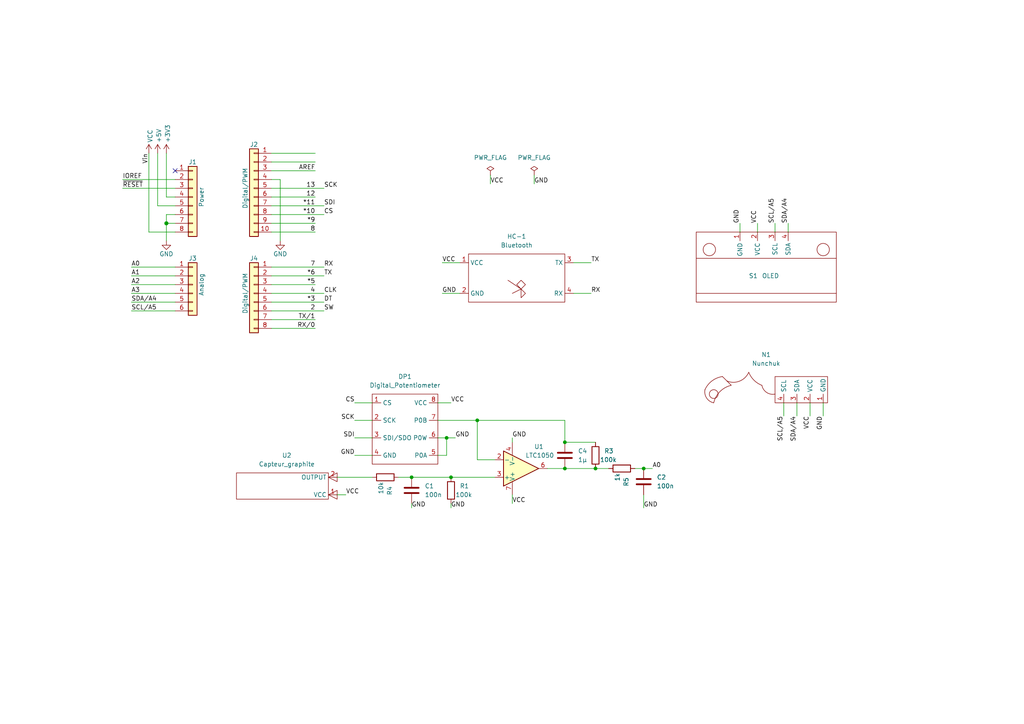
<source format=kicad_sch>
(kicad_sch (version 20211123) (generator eeschema)

  (uuid e63e39d7-6ac0-4ffd-8aa3-1841a4541b55)

  (paper "A4")

  (title_block
    (title "Montage Capteur Graphite")
    (date "mar. 31 mars 2023")
    (rev "23")
    (company "Anick and CO")
  )

  (lib_symbols
    (symbol "Connector_Generic:Conn_01x06" (pin_names (offset 1.016) hide) (in_bom yes) (on_board yes)
      (property "Reference" "J" (id 0) (at 0 7.62 0)
        (effects (font (size 1.27 1.27)))
      )
      (property "Value" "Conn_01x06" (id 1) (at 0 -10.16 0)
        (effects (font (size 1.27 1.27)))
      )
      (property "Footprint" "" (id 2) (at 0 0 0)
        (effects (font (size 1.27 1.27)) hide)
      )
      (property "Datasheet" "~" (id 3) (at 0 0 0)
        (effects (font (size 1.27 1.27)) hide)
      )
      (property "ki_keywords" "connector" (id 4) (at 0 0 0)
        (effects (font (size 1.27 1.27)) hide)
      )
      (property "ki_description" "Generic connector, single row, 01x06, script generated (kicad-library-utils/schlib/autogen/connector/)" (id 5) (at 0 0 0)
        (effects (font (size 1.27 1.27)) hide)
      )
      (property "ki_fp_filters" "Connector*:*_1x??_*" (id 6) (at 0 0 0)
        (effects (font (size 1.27 1.27)) hide)
      )
      (symbol "Conn_01x06_1_1"
        (rectangle (start -1.27 -7.493) (end 0 -7.747)
          (stroke (width 0.1524) (type default) (color 0 0 0 0))
          (fill (type none))
        )
        (rectangle (start -1.27 -4.953) (end 0 -5.207)
          (stroke (width 0.1524) (type default) (color 0 0 0 0))
          (fill (type none))
        )
        (rectangle (start -1.27 -2.413) (end 0 -2.667)
          (stroke (width 0.1524) (type default) (color 0 0 0 0))
          (fill (type none))
        )
        (rectangle (start -1.27 0.127) (end 0 -0.127)
          (stroke (width 0.1524) (type default) (color 0 0 0 0))
          (fill (type none))
        )
        (rectangle (start -1.27 2.667) (end 0 2.413)
          (stroke (width 0.1524) (type default) (color 0 0 0 0))
          (fill (type none))
        )
        (rectangle (start -1.27 5.207) (end 0 4.953)
          (stroke (width 0.1524) (type default) (color 0 0 0 0))
          (fill (type none))
        )
        (rectangle (start -1.27 6.35) (end 1.27 -8.89)
          (stroke (width 0.254) (type default) (color 0 0 0 0))
          (fill (type background))
        )
        (pin passive line (at -5.08 5.08 0) (length 3.81)
          (name "Pin_1" (effects (font (size 1.27 1.27))))
          (number "1" (effects (font (size 1.27 1.27))))
        )
        (pin passive line (at -5.08 2.54 0) (length 3.81)
          (name "Pin_2" (effects (font (size 1.27 1.27))))
          (number "2" (effects (font (size 1.27 1.27))))
        )
        (pin passive line (at -5.08 0 0) (length 3.81)
          (name "Pin_3" (effects (font (size 1.27 1.27))))
          (number "3" (effects (font (size 1.27 1.27))))
        )
        (pin passive line (at -5.08 -2.54 0) (length 3.81)
          (name "Pin_4" (effects (font (size 1.27 1.27))))
          (number "4" (effects (font (size 1.27 1.27))))
        )
        (pin passive line (at -5.08 -5.08 0) (length 3.81)
          (name "Pin_5" (effects (font (size 1.27 1.27))))
          (number "5" (effects (font (size 1.27 1.27))))
        )
        (pin passive line (at -5.08 -7.62 0) (length 3.81)
          (name "Pin_6" (effects (font (size 1.27 1.27))))
          (number "6" (effects (font (size 1.27 1.27))))
        )
      )
    )
    (symbol "Connector_Generic:Conn_01x08" (pin_names (offset 1.016) hide) (in_bom yes) (on_board yes)
      (property "Reference" "J" (id 0) (at 0 10.16 0)
        (effects (font (size 1.27 1.27)))
      )
      (property "Value" "Conn_01x08" (id 1) (at 0 -12.7 0)
        (effects (font (size 1.27 1.27)))
      )
      (property "Footprint" "" (id 2) (at 0 0 0)
        (effects (font (size 1.27 1.27)) hide)
      )
      (property "Datasheet" "~" (id 3) (at 0 0 0)
        (effects (font (size 1.27 1.27)) hide)
      )
      (property "ki_keywords" "connector" (id 4) (at 0 0 0)
        (effects (font (size 1.27 1.27)) hide)
      )
      (property "ki_description" "Generic connector, single row, 01x08, script generated (kicad-library-utils/schlib/autogen/connector/)" (id 5) (at 0 0 0)
        (effects (font (size 1.27 1.27)) hide)
      )
      (property "ki_fp_filters" "Connector*:*_1x??_*" (id 6) (at 0 0 0)
        (effects (font (size 1.27 1.27)) hide)
      )
      (symbol "Conn_01x08_1_1"
        (rectangle (start -1.27 -10.033) (end 0 -10.287)
          (stroke (width 0.1524) (type default) (color 0 0 0 0))
          (fill (type none))
        )
        (rectangle (start -1.27 -7.493) (end 0 -7.747)
          (stroke (width 0.1524) (type default) (color 0 0 0 0))
          (fill (type none))
        )
        (rectangle (start -1.27 -4.953) (end 0 -5.207)
          (stroke (width 0.1524) (type default) (color 0 0 0 0))
          (fill (type none))
        )
        (rectangle (start -1.27 -2.413) (end 0 -2.667)
          (stroke (width 0.1524) (type default) (color 0 0 0 0))
          (fill (type none))
        )
        (rectangle (start -1.27 0.127) (end 0 -0.127)
          (stroke (width 0.1524) (type default) (color 0 0 0 0))
          (fill (type none))
        )
        (rectangle (start -1.27 2.667) (end 0 2.413)
          (stroke (width 0.1524) (type default) (color 0 0 0 0))
          (fill (type none))
        )
        (rectangle (start -1.27 5.207) (end 0 4.953)
          (stroke (width 0.1524) (type default) (color 0 0 0 0))
          (fill (type none))
        )
        (rectangle (start -1.27 7.747) (end 0 7.493)
          (stroke (width 0.1524) (type default) (color 0 0 0 0))
          (fill (type none))
        )
        (rectangle (start -1.27 8.89) (end 1.27 -11.43)
          (stroke (width 0.254) (type default) (color 0 0 0 0))
          (fill (type background))
        )
        (pin passive line (at -5.08 7.62 0) (length 3.81)
          (name "Pin_1" (effects (font (size 1.27 1.27))))
          (number "1" (effects (font (size 1.27 1.27))))
        )
        (pin passive line (at -5.08 5.08 0) (length 3.81)
          (name "Pin_2" (effects (font (size 1.27 1.27))))
          (number "2" (effects (font (size 1.27 1.27))))
        )
        (pin passive line (at -5.08 2.54 0) (length 3.81)
          (name "Pin_3" (effects (font (size 1.27 1.27))))
          (number "3" (effects (font (size 1.27 1.27))))
        )
        (pin passive line (at -5.08 0 0) (length 3.81)
          (name "Pin_4" (effects (font (size 1.27 1.27))))
          (number "4" (effects (font (size 1.27 1.27))))
        )
        (pin passive line (at -5.08 -2.54 0) (length 3.81)
          (name "Pin_5" (effects (font (size 1.27 1.27))))
          (number "5" (effects (font (size 1.27 1.27))))
        )
        (pin passive line (at -5.08 -5.08 0) (length 3.81)
          (name "Pin_6" (effects (font (size 1.27 1.27))))
          (number "6" (effects (font (size 1.27 1.27))))
        )
        (pin passive line (at -5.08 -7.62 0) (length 3.81)
          (name "Pin_7" (effects (font (size 1.27 1.27))))
          (number "7" (effects (font (size 1.27 1.27))))
        )
        (pin passive line (at -5.08 -10.16 0) (length 3.81)
          (name "Pin_8" (effects (font (size 1.27 1.27))))
          (number "8" (effects (font (size 1.27 1.27))))
        )
      )
    )
    (symbol "Connector_Generic:Conn_01x10" (pin_names (offset 1.016) hide) (in_bom yes) (on_board yes)
      (property "Reference" "J" (id 0) (at 0 12.7 0)
        (effects (font (size 1.27 1.27)))
      )
      (property "Value" "Conn_01x10" (id 1) (at 0 -15.24 0)
        (effects (font (size 1.27 1.27)))
      )
      (property "Footprint" "" (id 2) (at 0 0 0)
        (effects (font (size 1.27 1.27)) hide)
      )
      (property "Datasheet" "~" (id 3) (at 0 0 0)
        (effects (font (size 1.27 1.27)) hide)
      )
      (property "ki_keywords" "connector" (id 4) (at 0 0 0)
        (effects (font (size 1.27 1.27)) hide)
      )
      (property "ki_description" "Generic connector, single row, 01x10, script generated (kicad-library-utils/schlib/autogen/connector/)" (id 5) (at 0 0 0)
        (effects (font (size 1.27 1.27)) hide)
      )
      (property "ki_fp_filters" "Connector*:*_1x??_*" (id 6) (at 0 0 0)
        (effects (font (size 1.27 1.27)) hide)
      )
      (symbol "Conn_01x10_1_1"
        (rectangle (start -1.27 -12.573) (end 0 -12.827)
          (stroke (width 0.1524) (type default) (color 0 0 0 0))
          (fill (type none))
        )
        (rectangle (start -1.27 -10.033) (end 0 -10.287)
          (stroke (width 0.1524) (type default) (color 0 0 0 0))
          (fill (type none))
        )
        (rectangle (start -1.27 -7.493) (end 0 -7.747)
          (stroke (width 0.1524) (type default) (color 0 0 0 0))
          (fill (type none))
        )
        (rectangle (start -1.27 -4.953) (end 0 -5.207)
          (stroke (width 0.1524) (type default) (color 0 0 0 0))
          (fill (type none))
        )
        (rectangle (start -1.27 -2.413) (end 0 -2.667)
          (stroke (width 0.1524) (type default) (color 0 0 0 0))
          (fill (type none))
        )
        (rectangle (start -1.27 0.127) (end 0 -0.127)
          (stroke (width 0.1524) (type default) (color 0 0 0 0))
          (fill (type none))
        )
        (rectangle (start -1.27 2.667) (end 0 2.413)
          (stroke (width 0.1524) (type default) (color 0 0 0 0))
          (fill (type none))
        )
        (rectangle (start -1.27 5.207) (end 0 4.953)
          (stroke (width 0.1524) (type default) (color 0 0 0 0))
          (fill (type none))
        )
        (rectangle (start -1.27 7.747) (end 0 7.493)
          (stroke (width 0.1524) (type default) (color 0 0 0 0))
          (fill (type none))
        )
        (rectangle (start -1.27 10.287) (end 0 10.033)
          (stroke (width 0.1524) (type default) (color 0 0 0 0))
          (fill (type none))
        )
        (rectangle (start -1.27 11.43) (end 1.27 -13.97)
          (stroke (width 0.254) (type default) (color 0 0 0 0))
          (fill (type background))
        )
        (pin passive line (at -5.08 10.16 0) (length 3.81)
          (name "Pin_1" (effects (font (size 1.27 1.27))))
          (number "1" (effects (font (size 1.27 1.27))))
        )
        (pin passive line (at -5.08 -12.7 0) (length 3.81)
          (name "Pin_10" (effects (font (size 1.27 1.27))))
          (number "10" (effects (font (size 1.27 1.27))))
        )
        (pin passive line (at -5.08 7.62 0) (length 3.81)
          (name "Pin_2" (effects (font (size 1.27 1.27))))
          (number "2" (effects (font (size 1.27 1.27))))
        )
        (pin passive line (at -5.08 5.08 0) (length 3.81)
          (name "Pin_3" (effects (font (size 1.27 1.27))))
          (number "3" (effects (font (size 1.27 1.27))))
        )
        (pin passive line (at -5.08 2.54 0) (length 3.81)
          (name "Pin_4" (effects (font (size 1.27 1.27))))
          (number "4" (effects (font (size 1.27 1.27))))
        )
        (pin passive line (at -5.08 0 0) (length 3.81)
          (name "Pin_5" (effects (font (size 1.27 1.27))))
          (number "5" (effects (font (size 1.27 1.27))))
        )
        (pin passive line (at -5.08 -2.54 0) (length 3.81)
          (name "Pin_6" (effects (font (size 1.27 1.27))))
          (number "6" (effects (font (size 1.27 1.27))))
        )
        (pin passive line (at -5.08 -5.08 0) (length 3.81)
          (name "Pin_7" (effects (font (size 1.27 1.27))))
          (number "7" (effects (font (size 1.27 1.27))))
        )
        (pin passive line (at -5.08 -7.62 0) (length 3.81)
          (name "Pin_8" (effects (font (size 1.27 1.27))))
          (number "8" (effects (font (size 1.27 1.27))))
        )
        (pin passive line (at -5.08 -10.16 0) (length 3.81)
          (name "Pin_9" (effects (font (size 1.27 1.27))))
          (number "9" (effects (font (size 1.27 1.27))))
        )
      )
    )
    (symbol "Device:C" (pin_numbers hide) (pin_names (offset 0.254)) (in_bom yes) (on_board yes)
      (property "Reference" "C" (id 0) (at 0.635 2.54 0)
        (effects (font (size 1.27 1.27)) (justify left))
      )
      (property "Value" "C" (id 1) (at 0.635 -2.54 0)
        (effects (font (size 1.27 1.27)) (justify left))
      )
      (property "Footprint" "" (id 2) (at 0.9652 -3.81 0)
        (effects (font (size 1.27 1.27)) hide)
      )
      (property "Datasheet" "~" (id 3) (at 0 0 0)
        (effects (font (size 1.27 1.27)) hide)
      )
      (property "ki_keywords" "cap capacitor" (id 4) (at 0 0 0)
        (effects (font (size 1.27 1.27)) hide)
      )
      (property "ki_description" "Unpolarized capacitor" (id 5) (at 0 0 0)
        (effects (font (size 1.27 1.27)) hide)
      )
      (property "ki_fp_filters" "C_*" (id 6) (at 0 0 0)
        (effects (font (size 1.27 1.27)) hide)
      )
      (symbol "C_0_1"
        (polyline
          (pts
            (xy -2.032 -0.762)
            (xy 2.032 -0.762)
          )
          (stroke (width 0.508) (type default) (color 0 0 0 0))
          (fill (type none))
        )
        (polyline
          (pts
            (xy -2.032 0.762)
            (xy 2.032 0.762)
          )
          (stroke (width 0.508) (type default) (color 0 0 0 0))
          (fill (type none))
        )
      )
      (symbol "C_1_1"
        (pin passive line (at 0 3.81 270) (length 2.794)
          (name "~" (effects (font (size 1.27 1.27))))
          (number "1" (effects (font (size 1.27 1.27))))
        )
        (pin passive line (at 0 -3.81 90) (length 2.794)
          (name "~" (effects (font (size 1.27 1.27))))
          (number "2" (effects (font (size 1.27 1.27))))
        )
      )
    )
    (symbol "Device:R" (pin_numbers hide) (pin_names (offset 0)) (in_bom yes) (on_board yes)
      (property "Reference" "R" (id 0) (at 2.032 0 90)
        (effects (font (size 1.27 1.27)))
      )
      (property "Value" "R" (id 1) (at 0 0 90)
        (effects (font (size 1.27 1.27)))
      )
      (property "Footprint" "" (id 2) (at -1.778 0 90)
        (effects (font (size 1.27 1.27)) hide)
      )
      (property "Datasheet" "~" (id 3) (at 0 0 0)
        (effects (font (size 1.27 1.27)) hide)
      )
      (property "ki_keywords" "R res resistor" (id 4) (at 0 0 0)
        (effects (font (size 1.27 1.27)) hide)
      )
      (property "ki_description" "Resistor" (id 5) (at 0 0 0)
        (effects (font (size 1.27 1.27)) hide)
      )
      (property "ki_fp_filters" "R_*" (id 6) (at 0 0 0)
        (effects (font (size 1.27 1.27)) hide)
      )
      (symbol "R_0_1"
        (rectangle (start -1.016 -2.54) (end 1.016 2.54)
          (stroke (width 0.254) (type default) (color 0 0 0 0))
          (fill (type none))
        )
      )
      (symbol "R_1_1"
        (pin passive line (at 0 3.81 270) (length 1.27)
          (name "~" (effects (font (size 1.27 1.27))))
          (number "1" (effects (font (size 1.27 1.27))))
        )
        (pin passive line (at 0 -3.81 90) (length 1.27)
          (name "~" (effects (font (size 1.27 1.27))))
          (number "2" (effects (font (size 1.27 1.27))))
        )
      )
    )
    (symbol "Librairie_Symboles_capt_graphite:Bluetooth" (in_bom yes) (on_board yes)
      (property "Reference" "HC-05" (id 0) (at 0 -1.27 0)
        (effects (font (size 1.27 1.27)))
      )
      (property "Value" "Bluetooth" (id 1) (at 0 1.27 0)
        (effects (font (size 1.27 1.27)))
      )
      (property "Footprint" "" (id 2) (at 0 0 0)
        (effects (font (size 1.27 1.27)) hide)
      )
      (property "Datasheet" "" (id 3) (at 0 0 0)
        (effects (font (size 1.27 1.27)) hide)
      )
      (symbol "Bluetooth_0_1"
        (rectangle (start -13.97 5.08) (end 13.97 -8.89)
          (stroke (width 0) (type default) (color 0 0 0 0))
          (fill (type none))
        )
        (polyline
          (pts
            (xy -2.54 -2.54)
            (xy 1.27 -5.08)
            (xy 2.54 -3.81)
            (xy 1.27 -2.54)
            (xy 0 -3.81)
            (xy 2.54 -6.35)
            (xy 1.27 -7.62)
            (xy 1.27 -5.08)
            (xy -1.27 -6.35)
          )
          (stroke (width 0) (type default) (color 0 0 0 0))
          (fill (type none))
        )
      )
      (symbol "Bluetooth_1_1"
        (pin bidirectional line (at -16.51 2.54 0) (length 2.54)
          (name "VCC" (effects (font (size 1.27 1.27))))
          (number "1" (effects (font (size 1.27 1.27))))
        )
        (pin bidirectional line (at -16.51 -6.35 0) (length 2.54)
          (name "GND" (effects (font (size 1.27 1.27))))
          (number "2" (effects (font (size 1.27 1.27))))
        )
        (pin bidirectional line (at 16.51 2.54 180) (length 2.54)
          (name "TX" (effects (font (size 1.27 1.27))))
          (number "3" (effects (font (size 1.27 1.27))))
        )
        (pin bidirectional line (at 16.51 -6.35 180) (length 2.54)
          (name "RX" (effects (font (size 1.27 1.27))))
          (number "4" (effects (font (size 1.27 1.27))))
        )
      )
    )
    (symbol "Librairie_Symboles_capt_graphite:Capteur_graphite" (in_bom yes) (on_board yes)
      (property "Reference" "U" (id 0) (at 10.16 2.54 0)
        (effects (font (size 1.27 1.27)))
      )
      (property "Value" "Capteur_graphite" (id 1) (at 0 2.54 0)
        (effects (font (size 1.27 1.27)))
      )
      (property "Footprint" "" (id 2) (at 0 0 0)
        (effects (font (size 1.27 1.27)) hide)
      )
      (property "Datasheet" "" (id 3) (at 0 0 0)
        (effects (font (size 1.27 1.27)) hide)
      )
      (symbol "Capteur_graphite_0_1"
        (rectangle (start -3.81 0) (end 3.81 -26.67)
          (stroke (width 0) (type default) (color 0 0 0 0))
          (fill (type none))
        )
        (polyline
          (pts
            (xy -2.54 -26.67)
            (xy -1.27 -29.21)
            (xy -3.81 -29.21)
            (xy -2.54 -26.67)
          )
          (stroke (width 0) (type default) (color 0 0 0 0))
          (fill (type none))
        )
        (polyline
          (pts
            (xy 2.54 -26.67)
            (xy 3.81 -29.21)
            (xy 1.27 -29.21)
            (xy 2.54 -26.67)
          )
          (stroke (width 0) (type default) (color 0 0 0 0))
          (fill (type none))
        )
      )
      (symbol "Capteur_graphite_1_1"
        (pin input line (at -2.54 -29.21 90) (length 2.54)
          (name "VCC" (effects (font (size 1.27 1.27))))
          (number "1" (effects (font (size 1.27 1.27))))
        )
        (pin output line (at 2.54 -29.21 90) (length 2.54)
          (name "OUTPUT" (effects (font (size 1.27 1.27))))
          (number "2" (effects (font (size 1.27 1.27))))
        )
      )
    )
    (symbol "Librairie_Symboles_capt_graphite:Digital_Potentiometer" (in_bom yes) (on_board yes)
      (property "Reference" "DP" (id 0) (at 12.7 7.62 0)
        (effects (font (size 1.27 1.27)))
      )
      (property "Value" "Digital_Potentiometer" (id 1) (at 12.7 10.16 0)
        (effects (font (size 1.27 1.27)))
      )
      (property "Footprint" "" (id 2) (at -7.62 -2.54 0)
        (effects (font (size 1.27 1.27)) hide)
      )
      (property "Datasheet" "" (id 3) (at -7.62 -2.54 0)
        (effects (font (size 1.27 1.27)) hide)
      )
      (symbol "Digital_Potentiometer_0_1"
        (rectangle (start -20.32 11.43) (end 0 -7.62)
          (stroke (width 0) (type default) (color 0 0 0 0))
          (fill (type none))
        )
      )
      (symbol "Digital_Potentiometer_1_1"
        (pin bidirectional line (at -17.78 -7.62 90) (length 2.54)
          (name "CS" (effects (font (size 1.27 1.27))))
          (number "1" (effects (font (size 1.27 1.27))))
        )
        (pin bidirectional line (at -12.7 -7.62 90) (length 2.54)
          (name "SCK" (effects (font (size 1.27 1.27))))
          (number "2" (effects (font (size 1.27 1.27))))
        )
        (pin bidirectional line (at -7.62 -7.62 90) (length 2.54)
          (name "SDI/SDO" (effects (font (size 1.27 1.27))))
          (number "3" (effects (font (size 1.27 1.27))))
        )
        (pin bidirectional line (at -2.54 -7.62 90) (length 2.54)
          (name "GND" (effects (font (size 1.27 1.27))))
          (number "4" (effects (font (size 1.27 1.27))))
        )
        (pin bidirectional line (at -2.54 11.43 270) (length 2.54)
          (name "P0A" (effects (font (size 1.27 1.27))))
          (number "5" (effects (font (size 1.27 1.27))))
        )
        (pin bidirectional line (at -7.62 11.43 270) (length 2.54)
          (name "P0W" (effects (font (size 1.27 1.27))))
          (number "6" (effects (font (size 1.27 1.27))))
        )
        (pin bidirectional line (at -12.7 11.43 270) (length 2.54)
          (name "P0B" (effects (font (size 1.27 1.27))))
          (number "7" (effects (font (size 1.27 1.27))))
        )
        (pin bidirectional line (at -17.78 11.43 270) (length 2.54)
          (name "VCC" (effects (font (size 1.27 1.27))))
          (number "8" (effects (font (size 1.27 1.27))))
        )
      )
    )
    (symbol "Librairie_Symboles_capt_graphite:LTC1050" (pin_names (offset 0.127)) (in_bom yes) (on_board yes)
      (property "Reference" "U" (id 0) (at 1.27 5.08 0)
        (effects (font (size 1.27 1.27)))
      )
      (property "Value" "LTC1050" (id 1) (at 0 -5.08 0)
        (effects (font (size 1.27 1.27)) (justify left))
      )
      (property "Footprint" "Package_TO_SOT_SMD:SOT-23-5" (id 2) (at 0 19.05 0)
        (effects (font (size 1.27 1.27)) hide)
      )
      (property "Datasheet" "https://www.analog.com/media/en/technical-documentation/data-sheets/6106fb.pdf" (id 3) (at 1.27 21.59 0)
        (effects (font (size 1.27 1.27)) hide)
      )
      (property "ki_keywords" "current sense" (id 4) (at 0 0 0)
        (effects (font (size 1.27 1.27)) hide)
      )
      (property "ki_description" "36V Low Cost, High Side Current Sense, SOT-23-5" (id 5) (at 0 0 0)
        (effects (font (size 1.27 1.27)) hide)
      )
      (property "ki_fp_filters" "SOT?23*" (id 6) (at 0 0 0)
        (effects (font (size 1.27 1.27)) hide)
      )
      (symbol "LTC1050_0_1"
        (polyline
          (pts
            (xy -5.08 5.08)
            (xy 5.08 0)
            (xy -5.08 -5.08)
            (xy -5.08 5.08)
          )
          (stroke (width 0.254) (type default) (color 0 0 0 0))
          (fill (type background))
        )
      )
      (symbol "LTC1050_1_1"
        (pin input line (at -7.62 -2.54 0) (length 2.54)
          (name "-" (effects (font (size 1.27 1.27))))
          (number "2" (effects (font (size 1.27 1.27))))
        )
        (pin input line (at -7.62 2.54 0) (length 2.54)
          (name "+" (effects (font (size 1.27 1.27))))
          (number "3" (effects (font (size 1.27 1.27))))
        )
        (pin power_in line (at -2.54 -7.62 90) (length 3.81)
          (name "V-" (effects (font (size 1.27 1.27))))
          (number "4" (effects (font (size 1.27 1.27))))
        )
        (pin open_collector line (at 7.62 0 180) (length 2.54)
          (name "~" (effects (font (size 1.27 1.27))))
          (number "6" (effects (font (size 1.27 1.27))))
        )
        (pin power_in line (at -2.54 7.62 270) (length 3.81)
          (name "V+" (effects (font (size 1.27 1.27))))
          (number "7" (effects (font (size 1.27 1.27))))
        )
      )
    )
    (symbol "Librairie_Symboles_capt_graphite:Nunchuk" (in_bom yes) (on_board yes)
      (property "Reference" "N" (id 0) (at 7.62 10.16 0)
        (effects (font (size 1.27 1.27)))
      )
      (property "Value" "Nunchuk" (id 1) (at 1.27 10.16 0)
        (effects (font (size 1.27 1.27)))
      )
      (property "Footprint" "" (id 2) (at 1.27 8.89 0)
        (effects (font (size 1.27 1.27)) hide)
      )
      (property "Datasheet" "" (id 3) (at 1.27 8.89 0)
        (effects (font (size 1.27 1.27)) hide)
      )
      (symbol "Nunchuk_0_1"
        (arc (start -26.67 1.27) (mid -26.1821 -1.1564) (end -24.13 -2.54)
          (stroke (width 0) (type default) (color 0 0 0 0))
          (fill (type none))
        )
        (circle (center -24.13 0) (radius 1.27)
          (stroke (width 0) (type default) (color 0 0 0 0))
          (fill (type none))
        )
        (arc (start -21.59 5.08) (mid -24.6203 3.8287) (end -26.67 1.27)
          (stroke (width 0) (type default) (color 0 0 0 0))
          (fill (type none))
        )
        (arc (start -20.32 3.81) (mid -14.0789 -2.5851) (end -13.97 6.35)
          (stroke (width 0) (type default) (color 0 0 0 0))
          (fill (type none))
        )
        (arc (start -19.05 2.54) (mid -30.4722 8.8822) (end -24.13 -2.54)
          (stroke (width 0) (type default) (color 0 0 0 0))
          (fill (type none))
        )
        (arc (start -13.97 6.35) (mid -21.0631 -4.5531) (end -10.16 2.54)
          (stroke (width 0) (type default) (color 0 0 0 0))
          (fill (type none))
        )
        (arc (start -10.16 2.54) (mid -8.7852 0.4746) (end -6.35 0)
          (stroke (width 0) (type default) (color 0 0 0 0))
          (fill (type none))
        )
        (rectangle (start -6.35 5.08) (end 8.89 -2.54)
          (stroke (width 0) (type default) (color 0 0 0 0))
          (fill (type none))
        )
        (polyline
          (pts
            (xy -21.59 5.08)
            (xy -19.05 2.54)
          )
          (stroke (width 0) (type default) (color 0 0 0 0))
          (fill (type none))
        )
      )
      (symbol "Nunchuk_1_1"
        (pin bidirectional line (at 7.62 -2.54 90) (length 2.54)
          (name "GND" (effects (font (size 1.27 1.27))))
          (number "1" (effects (font (size 1.27 1.27))))
        )
        (pin bidirectional line (at 3.81 -2.54 90) (length 2.54)
          (name "VCC" (effects (font (size 1.27 1.27))))
          (number "2" (effects (font (size 1.27 1.27))))
        )
        (pin bidirectional line (at 0 -2.54 90) (length 2.54)
          (name "SDA" (effects (font (size 1.27 1.27))))
          (number "3" (effects (font (size 1.27 1.27))))
        )
        (pin bidirectional line (at -3.81 -2.54 90) (length 2.54)
          (name "SCL" (effects (font (size 1.27 1.27))))
          (number "4" (effects (font (size 1.27 1.27))))
        )
      )
    )
    (symbol "Librairie_Symboles_capt_graphite:OLED" (in_bom yes) (on_board yes)
      (property "Reference" "S" (id 0) (at 19.05 -20.32 0)
        (effects (font (size 1.27 1.27)))
      )
      (property "Value" "OLED" (id 1) (at 15.24 -20.32 0)
        (effects (font (size 1.27 1.27)))
      )
      (property "Footprint" "" (id 2) (at 0 0 0)
        (effects (font (size 1.27 1.27)) hide)
      )
      (property "Datasheet" "" (id 3) (at 0 0 0)
        (effects (font (size 1.27 1.27)) hide)
      )
      (symbol "OLED_0_1"
        (rectangle (start -3.81 -16.51) (end 36.83 -16.51)
          (stroke (width 0) (type default) (color 0 0 0 0))
          (fill (type none))
        )
        (rectangle (start -3.81 -6.35) (end 36.83 -6.35)
          (stroke (width 0) (type default) (color 0 0 0 0))
          (fill (type none))
        )
        (rectangle (start -3.81 1.27) (end 36.83 -19.05)
          (stroke (width 0) (type default) (color 0 0 0 0))
          (fill (type none))
        )
        (circle (center 0 -3.81) (radius 1.7961)
          (stroke (width 0) (type default) (color 0 0 0 0))
          (fill (type none))
        )
        (circle (center 33.02 -3.81) (radius 1.7961)
          (stroke (width 0) (type default) (color 0 0 0 0))
          (fill (type none))
        )
      )
      (symbol "OLED_1_1"
        (pin input line (at 8.89 1.27 270) (length 2.54)
          (name "GND" (effects (font (size 1.27 1.27))))
          (number "1" (effects (font (size 1.27 1.27))))
        )
        (pin input line (at 13.97 1.27 270) (length 2.54)
          (name "VCC" (effects (font (size 1.27 1.27))))
          (number "2" (effects (font (size 1.27 1.27))))
        )
        (pin bidirectional line (at 19.05 1.27 270) (length 2.54)
          (name "SCL" (effects (font (size 1.27 1.27))))
          (number "3" (effects (font (size 1.27 1.27))))
        )
        (pin bidirectional line (at 22.86 1.27 270) (length 2.54)
          (name "SDA" (effects (font (size 1.27 1.27))))
          (number "4" (effects (font (size 1.27 1.27))))
        )
      )
    )
    (symbol "power:+3V3" (power) (pin_names (offset 0)) (in_bom yes) (on_board yes)
      (property "Reference" "#PWR" (id 0) (at 0 -3.81 0)
        (effects (font (size 1.27 1.27)) hide)
      )
      (property "Value" "+3V3" (id 1) (at 0 3.556 0)
        (effects (font (size 1.27 1.27)))
      )
      (property "Footprint" "" (id 2) (at 0 0 0)
        (effects (font (size 1.27 1.27)) hide)
      )
      (property "Datasheet" "" (id 3) (at 0 0 0)
        (effects (font (size 1.27 1.27)) hide)
      )
      (property "ki_keywords" "power-flag" (id 4) (at 0 0 0)
        (effects (font (size 1.27 1.27)) hide)
      )
      (property "ki_description" "Power symbol creates a global label with name \"+3V3\"" (id 5) (at 0 0 0)
        (effects (font (size 1.27 1.27)) hide)
      )
      (symbol "+3V3_0_1"
        (polyline
          (pts
            (xy -0.762 1.27)
            (xy 0 2.54)
          )
          (stroke (width 0) (type default) (color 0 0 0 0))
          (fill (type none))
        )
        (polyline
          (pts
            (xy 0 0)
            (xy 0 2.54)
          )
          (stroke (width 0) (type default) (color 0 0 0 0))
          (fill (type none))
        )
        (polyline
          (pts
            (xy 0 2.54)
            (xy 0.762 1.27)
          )
          (stroke (width 0) (type default) (color 0 0 0 0))
          (fill (type none))
        )
      )
      (symbol "+3V3_1_1"
        (pin power_in line (at 0 0 90) (length 0) hide
          (name "+3V3" (effects (font (size 1.27 1.27))))
          (number "1" (effects (font (size 1.27 1.27))))
        )
      )
    )
    (symbol "power:+5V" (power) (pin_names (offset 0)) (in_bom yes) (on_board yes)
      (property "Reference" "#PWR" (id 0) (at 0 -3.81 0)
        (effects (font (size 1.27 1.27)) hide)
      )
      (property "Value" "+5V" (id 1) (at 0 3.556 0)
        (effects (font (size 1.27 1.27)))
      )
      (property "Footprint" "" (id 2) (at 0 0 0)
        (effects (font (size 1.27 1.27)) hide)
      )
      (property "Datasheet" "" (id 3) (at 0 0 0)
        (effects (font (size 1.27 1.27)) hide)
      )
      (property "ki_keywords" "power-flag" (id 4) (at 0 0 0)
        (effects (font (size 1.27 1.27)) hide)
      )
      (property "ki_description" "Power symbol creates a global label with name \"+5V\"" (id 5) (at 0 0 0)
        (effects (font (size 1.27 1.27)) hide)
      )
      (symbol "+5V_0_1"
        (polyline
          (pts
            (xy -0.762 1.27)
            (xy 0 2.54)
          )
          (stroke (width 0) (type default) (color 0 0 0 0))
          (fill (type none))
        )
        (polyline
          (pts
            (xy 0 0)
            (xy 0 2.54)
          )
          (stroke (width 0) (type default) (color 0 0 0 0))
          (fill (type none))
        )
        (polyline
          (pts
            (xy 0 2.54)
            (xy 0.762 1.27)
          )
          (stroke (width 0) (type default) (color 0 0 0 0))
          (fill (type none))
        )
      )
      (symbol "+5V_1_1"
        (pin power_in line (at 0 0 90) (length 0) hide
          (name "+5V" (effects (font (size 1.27 1.27))))
          (number "1" (effects (font (size 1.27 1.27))))
        )
      )
    )
    (symbol "power:GND" (power) (pin_names (offset 0)) (in_bom yes) (on_board yes)
      (property "Reference" "#PWR" (id 0) (at 0 -6.35 0)
        (effects (font (size 1.27 1.27)) hide)
      )
      (property "Value" "GND" (id 1) (at 0 -3.81 0)
        (effects (font (size 1.27 1.27)))
      )
      (property "Footprint" "" (id 2) (at 0 0 0)
        (effects (font (size 1.27 1.27)) hide)
      )
      (property "Datasheet" "" (id 3) (at 0 0 0)
        (effects (font (size 1.27 1.27)) hide)
      )
      (property "ki_keywords" "power-flag" (id 4) (at 0 0 0)
        (effects (font (size 1.27 1.27)) hide)
      )
      (property "ki_description" "Power symbol creates a global label with name \"GND\" , ground" (id 5) (at 0 0 0)
        (effects (font (size 1.27 1.27)) hide)
      )
      (symbol "GND_0_1"
        (polyline
          (pts
            (xy 0 0)
            (xy 0 -1.27)
            (xy 1.27 -1.27)
            (xy 0 -2.54)
            (xy -1.27 -1.27)
            (xy 0 -1.27)
          )
          (stroke (width 0) (type default) (color 0 0 0 0))
          (fill (type none))
        )
      )
      (symbol "GND_1_1"
        (pin power_in line (at 0 0 270) (length 0) hide
          (name "GND" (effects (font (size 1.27 1.27))))
          (number "1" (effects (font (size 1.27 1.27))))
        )
      )
    )
    (symbol "power:PWR_FLAG" (power) (pin_numbers hide) (pin_names (offset 0) hide) (in_bom yes) (on_board yes)
      (property "Reference" "#FLG" (id 0) (at 0 1.905 0)
        (effects (font (size 1.27 1.27)) hide)
      )
      (property "Value" "PWR_FLAG" (id 1) (at 0 3.81 0)
        (effects (font (size 1.27 1.27)))
      )
      (property "Footprint" "" (id 2) (at 0 0 0)
        (effects (font (size 1.27 1.27)) hide)
      )
      (property "Datasheet" "~" (id 3) (at 0 0 0)
        (effects (font (size 1.27 1.27)) hide)
      )
      (property "ki_keywords" "power-flag" (id 4) (at 0 0 0)
        (effects (font (size 1.27 1.27)) hide)
      )
      (property "ki_description" "Special symbol for telling ERC where power comes from" (id 5) (at 0 0 0)
        (effects (font (size 1.27 1.27)) hide)
      )
      (symbol "PWR_FLAG_0_0"
        (pin power_out line (at 0 0 90) (length 0)
          (name "pwr" (effects (font (size 1.27 1.27))))
          (number "1" (effects (font (size 1.27 1.27))))
        )
      )
      (symbol "PWR_FLAG_0_1"
        (polyline
          (pts
            (xy 0 0)
            (xy 0 1.27)
            (xy -1.016 1.905)
            (xy 0 2.54)
            (xy 1.016 1.905)
            (xy 0 1.27)
          )
          (stroke (width 0) (type default) (color 0 0 0 0))
          (fill (type none))
        )
      )
    )
    (symbol "power:VCC" (power) (pin_names (offset 0)) (in_bom yes) (on_board yes)
      (property "Reference" "#PWR" (id 0) (at 0 -3.81 0)
        (effects (font (size 1.27 1.27)) hide)
      )
      (property "Value" "VCC" (id 1) (at 0 3.81 0)
        (effects (font (size 1.27 1.27)))
      )
      (property "Footprint" "" (id 2) (at 0 0 0)
        (effects (font (size 1.27 1.27)) hide)
      )
      (property "Datasheet" "" (id 3) (at 0 0 0)
        (effects (font (size 1.27 1.27)) hide)
      )
      (property "ki_keywords" "power-flag" (id 4) (at 0 0 0)
        (effects (font (size 1.27 1.27)) hide)
      )
      (property "ki_description" "Power symbol creates a global label with name \"VCC\"" (id 5) (at 0 0 0)
        (effects (font (size 1.27 1.27)) hide)
      )
      (symbol "VCC_0_1"
        (polyline
          (pts
            (xy -0.762 1.27)
            (xy 0 2.54)
          )
          (stroke (width 0) (type default) (color 0 0 0 0))
          (fill (type none))
        )
        (polyline
          (pts
            (xy 0 0)
            (xy 0 2.54)
          )
          (stroke (width 0) (type default) (color 0 0 0 0))
          (fill (type none))
        )
        (polyline
          (pts
            (xy 0 2.54)
            (xy 0.762 1.27)
          )
          (stroke (width 0) (type default) (color 0 0 0 0))
          (fill (type none))
        )
      )
      (symbol "VCC_1_1"
        (pin power_in line (at 0 0 90) (length 0) hide
          (name "VCC" (effects (font (size 1.27 1.27))))
          (number "1" (effects (font (size 1.27 1.27))))
        )
      )
    )
  )

  (junction (at 186.69 135.89) (diameter 0) (color 0 0 0 0)
    (uuid 058b5ca3-f3ac-4c20-aebd-96c77eed8301)
  )
  (junction (at 163.83 128.27) (diameter 0) (color 0 0 0 0)
    (uuid 1096dee2-404a-4735-99be-d1eb23af3b72)
  )
  (junction (at 163.83 135.89) (diameter 0) (color 0 0 0 0)
    (uuid 2cf55069-e1f5-4268-94b6-375738e64cf8)
  )
  (junction (at 48.26 64.77) (diameter 1.016) (color 0 0 0 0)
    (uuid 3dcc657b-55a1-48e0-9667-e01e7b6b08b5)
  )
  (junction (at 129.54 127) (diameter 0) (color 0 0 0 0)
    (uuid 58f61bb1-96f0-4dcf-9ce7-d9b0b7c83801)
  )
  (junction (at 130.81 138.43) (diameter 0) (color 0 0 0 0)
    (uuid bdea2d31-c870-4e38-b574-152e98ec2bcc)
  )
  (junction (at 119.38 138.43) (diameter 0) (color 0 0 0 0)
    (uuid be1aaf62-25bd-4bec-afb9-586d1d52049c)
  )
  (junction (at 138.43 121.92) (diameter 0) (color 0 0 0 0)
    (uuid c30c64c3-65a0-46a6-ba8a-f84e327935a9)
  )
  (junction (at 172.72 135.89) (diameter 0) (color 0 0 0 0)
    (uuid d6fb2a69-ae5c-4af3-b8ca-9ede3be1d083)
  )

  (no_connect (at 50.8 49.53) (uuid d181157c-7812-47e5-a0cf-9580c905fc86))

  (wire (pts (xy 78.74 95.25) (xy 91.44 95.25))
    (stroke (width 0) (type solid) (color 0 0 0 0))
    (uuid 010ba307-2067-49d3-b0fa-6414143f3fc2)
  )
  (wire (pts (xy 128.27 76.2) (xy 133.35 76.2))
    (stroke (width 0) (type default) (color 0 0 0 0))
    (uuid 011683f4-c54a-4e77-ad6a-fd16e5222605)
  )
  (wire (pts (xy 78.74 90.17) (xy 93.98 90.17))
    (stroke (width 0) (type default) (color 0 0 0 0))
    (uuid 0b7edcf2-74b3-4617-8582-59aa1180b43d)
  )
  (wire (pts (xy 78.74 44.45) (xy 91.44 44.45))
    (stroke (width 0) (type solid) (color 0 0 0 0))
    (uuid 0f5d2189-4ead-42fa-8f7a-cfa3af4de132)
  )
  (wire (pts (xy 154.94 50.8) (xy 154.94 53.34))
    (stroke (width 0) (type default) (color 0 0 0 0))
    (uuid 15f44338-ccee-4c41-bf62-1f1a06311e03)
  )
  (wire (pts (xy 48.26 62.23) (xy 48.26 64.77))
    (stroke (width 0) (type solid) (color 0 0 0 0))
    (uuid 1c31b835-925f-4a5c-92df-8f2558bb711b)
  )
  (wire (pts (xy 38.1 90.17) (xy 50.8 90.17))
    (stroke (width 0) (type solid) (color 0 0 0 0))
    (uuid 20854542-d0b0-4be7-af02-0e5fceb34e01)
  )
  (wire (pts (xy 119.38 146.05) (xy 119.38 147.32))
    (stroke (width 0) (type default) (color 0 0 0 0))
    (uuid 2145a925-b501-4725-918b-510f9865b413)
  )
  (wire (pts (xy 78.74 62.23) (xy 93.98 62.23))
    (stroke (width 0) (type default) (color 0 0 0 0))
    (uuid 227536bc-1d75-4882-82a3-1994d5b5d333)
  )
  (wire (pts (xy 142.24 50.8) (xy 142.24 53.34))
    (stroke (width 0) (type default) (color 0 0 0 0))
    (uuid 2340f7e1-99c5-491b-bb3b-95bf9a28b2ea)
  )
  (wire (pts (xy 186.69 143.51) (xy 186.69 147.32))
    (stroke (width 0) (type default) (color 0 0 0 0))
    (uuid 241dbb7c-92db-46db-9e9d-b9da4e8f5410)
  )
  (wire (pts (xy 130.81 146.05) (xy 130.81 147.32))
    (stroke (width 0) (type default) (color 0 0 0 0))
    (uuid 27520b99-c169-4da0-917f-0e0ddff8838b)
  )
  (wire (pts (xy 214.63 64.77) (xy 214.63 67.31))
    (stroke (width 0) (type default) (color 0 0 0 0))
    (uuid 2a192de7-97b5-4acc-a4c0-212106c1d3dc)
  )
  (wire (pts (xy 130.81 138.43) (xy 143.51 138.43))
    (stroke (width 0) (type default) (color 0 0 0 0))
    (uuid 2c731621-ffe6-4b0c-a62a-ff4039d6f136)
  )
  (wire (pts (xy 48.26 64.77) (xy 48.26 69.85))
    (stroke (width 0) (type solid) (color 0 0 0 0))
    (uuid 2df788b2-ce68-49bc-a497-4b6570a17f30)
  )
  (wire (pts (xy 78.74 59.69) (xy 93.98 59.69))
    (stroke (width 0) (type default) (color 0 0 0 0))
    (uuid 3062898d-d9fe-403b-9914-fde3d0c2dd38)
  )
  (wire (pts (xy 48.26 57.15) (xy 50.8 57.15))
    (stroke (width 0) (type solid) (color 0 0 0 0))
    (uuid 3334b11d-5a13-40b4-a117-d693c543e4ab)
  )
  (wire (pts (xy 78.74 80.01) (xy 93.98 80.01))
    (stroke (width 0) (type default) (color 0 0 0 0))
    (uuid 344edc51-c9ea-41ee-8bdb-b0f6c6f2ab57)
  )
  (wire (pts (xy 45.72 59.69) (xy 50.8 59.69))
    (stroke (width 0) (type solid) (color 0 0 0 0))
    (uuid 3661f80c-fef8-4441-83be-df8930b3b45e)
  )
  (wire (pts (xy 45.72 44.45) (xy 45.72 59.69))
    (stroke (width 0) (type solid) (color 0 0 0 0))
    (uuid 392bf1f6-bf67-427d-8d4c-0a87cb757556)
  )
  (wire (pts (xy 78.74 54.61) (xy 93.98 54.61))
    (stroke (width 0) (type solid) (color 0 0 0 0))
    (uuid 4227fa6f-c399-4f14-8228-23e39d2b7e7d)
  )
  (wire (pts (xy 78.74 67.31) (xy 91.44 67.31))
    (stroke (width 0) (type default) (color 0 0 0 0))
    (uuid 43141d56-7e70-44e5-9c52-4c30a20e088d)
  )
  (wire (pts (xy 224.79 64.77) (xy 224.79 67.31))
    (stroke (width 0) (type default) (color 0 0 0 0))
    (uuid 43f9850b-f5cf-484d-a9a1-a9646c253fbe)
  )
  (wire (pts (xy 48.26 44.45) (xy 48.26 57.15))
    (stroke (width 0) (type solid) (color 0 0 0 0))
    (uuid 442fb4de-4d55-45de-bc27-3e6222ceb890)
  )
  (wire (pts (xy 219.71 64.77) (xy 219.71 67.31))
    (stroke (width 0) (type default) (color 0 0 0 0))
    (uuid 48151794-ebd6-457b-90f4-a70e76353383)
  )
  (wire (pts (xy 50.8 77.47) (xy 38.1 77.47))
    (stroke (width 0) (type solid) (color 0 0 0 0))
    (uuid 486ca832-85f4-4989-b0f4-569faf9be534)
  )
  (wire (pts (xy 78.74 57.15) (xy 91.44 57.15))
    (stroke (width 0) (type solid) (color 0 0 0 0))
    (uuid 4a910b57-a5cd-4105-ab4f-bde2a80d4f00)
  )
  (wire (pts (xy 227.33 116.84) (xy 227.33 120.65))
    (stroke (width 0) (type default) (color 0 0 0 0))
    (uuid 565a3bae-0ada-4d47-9150-d44731a3c68e)
  )
  (wire (pts (xy 129.54 127) (xy 132.08 127))
    (stroke (width 0) (type default) (color 0 0 0 0))
    (uuid 59ddb874-b4a9-4cb2-bb28-bd92988cdb48)
  )
  (wire (pts (xy 127 116.84) (xy 130.81 116.84))
    (stroke (width 0) (type default) (color 0 0 0 0))
    (uuid 5b96c207-92d3-42c8-90b8-038d471e00f1)
  )
  (wire (pts (xy 127 132.08) (xy 129.54 132.08))
    (stroke (width 0) (type default) (color 0 0 0 0))
    (uuid 5bda2722-87ab-413b-bd93-7f2a637670eb)
  )
  (wire (pts (xy 129.54 127) (xy 127 127))
    (stroke (width 0) (type default) (color 0 0 0 0))
    (uuid 5eeadb37-7a5a-4969-8970-39d5b6a03f37)
  )
  (wire (pts (xy 163.83 135.89) (xy 172.72 135.89))
    (stroke (width 0) (type default) (color 0 0 0 0))
    (uuid 602262c9-970e-4e6a-a1e3-4ce557d26296)
  )
  (wire (pts (xy 163.83 121.92) (xy 138.43 121.92))
    (stroke (width 0) (type default) (color 0 0 0 0))
    (uuid 61aa7279-f4aa-49fe-9987-87f17e47d748)
  )
  (wire (pts (xy 186.69 135.89) (xy 189.23 135.89))
    (stroke (width 0) (type default) (color 0 0 0 0))
    (uuid 63dbfca3-1cf7-446e-8f1b-5de24c7f0873)
  )
  (wire (pts (xy 231.14 116.84) (xy 231.14 120.65))
    (stroke (width 0) (type default) (color 0 0 0 0))
    (uuid 6b088de0-9528-4351-bb39-ca9dfe6c825a)
  )
  (wire (pts (xy 35.56 52.07) (xy 50.8 52.07))
    (stroke (width 0) (type solid) (color 0 0 0 0))
    (uuid 73d4774c-1387-4550-b580-a1cc0ac89b89)
  )
  (wire (pts (xy 78.74 77.47) (xy 93.98 77.47))
    (stroke (width 0) (type default) (color 0 0 0 0))
    (uuid 765ff3ae-5516-441c-b878-dcea6f23452e)
  )
  (wire (pts (xy 78.74 82.55) (xy 91.44 82.55))
    (stroke (width 0) (type default) (color 0 0 0 0))
    (uuid 7e41dba8-0b5c-430e-9fe1-9534432c1253)
  )
  (wire (pts (xy 148.59 127) (xy 148.59 128.27))
    (stroke (width 0) (type default) (color 0 0 0 0))
    (uuid 8131c422-18d1-43fe-83eb-1cfd101e3712)
  )
  (wire (pts (xy 115.57 138.43) (xy 119.38 138.43))
    (stroke (width 0) (type default) (color 0 0 0 0))
    (uuid 82d27506-b1c7-4417-afad-b4b53105f9fa)
  )
  (wire (pts (xy 78.74 64.77) (xy 91.44 64.77))
    (stroke (width 0) (type default) (color 0 0 0 0))
    (uuid 84587e44-273a-4c1a-941d-a6152ec479ea)
  )
  (wire (pts (xy 81.28 52.07) (xy 81.28 69.85))
    (stroke (width 0) (type solid) (color 0 0 0 0))
    (uuid 84ce350c-b0c1-4e69-9ab2-f7ec7b8bb312)
  )
  (wire (pts (xy 148.59 143.51) (xy 148.59 146.05))
    (stroke (width 0) (type default) (color 0 0 0 0))
    (uuid 86cbabac-b993-4e54-bfea-a6728f84afdf)
  )
  (wire (pts (xy 102.87 132.08) (xy 107.95 132.08))
    (stroke (width 0) (type default) (color 0 0 0 0))
    (uuid 87b82fa1-a804-466c-adac-a999b2202f96)
  )
  (wire (pts (xy 128.27 85.09) (xy 133.35 85.09))
    (stroke (width 0) (type default) (color 0 0 0 0))
    (uuid 8861aabc-f3aa-460f-b8ac-efc26637a1b5)
  )
  (wire (pts (xy 129.54 132.08) (xy 129.54 127))
    (stroke (width 0) (type default) (color 0 0 0 0))
    (uuid 89e451f4-2683-4c9f-9195-5cb88b5f1804)
  )
  (wire (pts (xy 78.74 49.53) (xy 91.44 49.53))
    (stroke (width 0) (type solid) (color 0 0 0 0))
    (uuid 8a3d35a2-f0f6-4dec-a606-7c8e288ca828)
  )
  (wire (pts (xy 238.76 116.84) (xy 238.76 120.65))
    (stroke (width 0) (type default) (color 0 0 0 0))
    (uuid 8a886142-a198-484e-a85a-7bda1c7056a8)
  )
  (wire (pts (xy 166.37 76.2) (xy 171.45 76.2))
    (stroke (width 0) (type default) (color 0 0 0 0))
    (uuid 8cf5eacb-861e-4d87-9721-60828e4e3e71)
  )
  (wire (pts (xy 166.37 85.09) (xy 171.45 85.09))
    (stroke (width 0) (type default) (color 0 0 0 0))
    (uuid 8e13e4bc-4897-46b8-ba7e-5efc4e9b4dc2)
  )
  (wire (pts (xy 50.8 82.55) (xy 38.1 82.55))
    (stroke (width 0) (type solid) (color 0 0 0 0))
    (uuid 9377eb1a-3b12-438c-8ebd-f86ace1e8d25)
  )
  (wire (pts (xy 35.56 54.61) (xy 50.8 54.61))
    (stroke (width 0) (type solid) (color 0 0 0 0))
    (uuid 93e52853-9d1e-4afe-aee8-b825ab9f5d09)
  )
  (wire (pts (xy 50.8 64.77) (xy 48.26 64.77))
    (stroke (width 0) (type solid) (color 0 0 0 0))
    (uuid 97df9ac9-dbb8-472e-b84f-3684d0eb5efc)
  )
  (wire (pts (xy 184.15 135.89) (xy 186.69 135.89))
    (stroke (width 0) (type default) (color 0 0 0 0))
    (uuid 98066c5f-ee2d-4691-812a-21f1f06b428e)
  )
  (wire (pts (xy 78.74 85.09) (xy 93.98 85.09))
    (stroke (width 0) (type default) (color 0 0 0 0))
    (uuid a4f78eb7-d6d4-4499-a681-855028da9fd5)
  )
  (wire (pts (xy 97.79 143.51) (xy 100.33 143.51))
    (stroke (width 0) (type default) (color 0 0 0 0))
    (uuid a70e7291-4362-4162-8830-f83cc177bd4f)
  )
  (wire (pts (xy 50.8 67.31) (xy 43.18 67.31))
    (stroke (width 0) (type solid) (color 0 0 0 0))
    (uuid a7518f9d-05df-4211-ba17-5d615f04ec46)
  )
  (wire (pts (xy 38.1 80.01) (xy 50.8 80.01))
    (stroke (width 0) (type solid) (color 0 0 0 0))
    (uuid aab97e46-23d6-4cbf-8684-537b94306d68)
  )
  (wire (pts (xy 102.87 127) (xy 107.95 127))
    (stroke (width 0) (type default) (color 0 0 0 0))
    (uuid b56727fd-624a-423b-9134-cab3376c413e)
  )
  (wire (pts (xy 119.38 138.43) (xy 130.81 138.43))
    (stroke (width 0) (type default) (color 0 0 0 0))
    (uuid b745f196-b432-4f45-9a47-f0282cac2395)
  )
  (wire (pts (xy 97.79 138.43) (xy 107.95 138.43))
    (stroke (width 0) (type default) (color 0 0 0 0))
    (uuid b8855192-480f-4a4c-95fd-f56a83ccdab5)
  )
  (wire (pts (xy 78.74 52.07) (xy 81.28 52.07))
    (stroke (width 0) (type solid) (color 0 0 0 0))
    (uuid bcbc7302-8a54-4b9b-98b9-f277f1b20941)
  )
  (wire (pts (xy 50.8 62.23) (xy 48.26 62.23))
    (stroke (width 0) (type solid) (color 0 0 0 0))
    (uuid c12796ad-cf20-466f-9ab3-9cf441392c32)
  )
  (wire (pts (xy 102.87 116.84) (xy 107.95 116.84))
    (stroke (width 0) (type default) (color 0 0 0 0))
    (uuid c23ed27f-add6-44b6-807c-e8dda62fb125)
  )
  (wire (pts (xy 138.43 121.92) (xy 138.43 133.35))
    (stroke (width 0) (type default) (color 0 0 0 0))
    (uuid ce2fea3b-bd80-42a3-9387-c9506e918f06)
  )
  (wire (pts (xy 234.95 116.84) (xy 234.95 120.65))
    (stroke (width 0) (type default) (color 0 0 0 0))
    (uuid cff34b51-030e-483c-ac94-6331588dc9f2)
  )
  (wire (pts (xy 172.72 135.89) (xy 176.53 135.89))
    (stroke (width 0) (type default) (color 0 0 0 0))
    (uuid d1221069-f911-434f-9ac2-ac81848b1686)
  )
  (wire (pts (xy 38.1 85.09) (xy 50.8 85.09))
    (stroke (width 0) (type solid) (color 0 0 0 0))
    (uuid d3042136-2605-44b2-aebb-5484a9c90933)
  )
  (wire (pts (xy 163.83 128.27) (xy 172.72 128.27))
    (stroke (width 0) (type default) (color 0 0 0 0))
    (uuid d81e7b93-a737-4d1a-b464-9f6cc1ebb5b4)
  )
  (wire (pts (xy 228.6 64.77) (xy 228.6 67.31))
    (stroke (width 0) (type default) (color 0 0 0 0))
    (uuid dc63c6eb-fe2d-4711-87bd-e2aa9681d224)
  )
  (wire (pts (xy 127 121.92) (xy 138.43 121.92))
    (stroke (width 0) (type default) (color 0 0 0 0))
    (uuid e433b0ae-0555-4856-9c61-0023372fe94c)
  )
  (wire (pts (xy 163.83 128.27) (xy 163.83 121.92))
    (stroke (width 0) (type default) (color 0 0 0 0))
    (uuid e4e08508-6ede-4fa8-8419-a22336dcb25a)
  )
  (wire (pts (xy 102.87 121.92) (xy 107.95 121.92))
    (stroke (width 0) (type default) (color 0 0 0 0))
    (uuid e71ad176-5ca3-438e-92ad-98a7d9677b76)
  )
  (wire (pts (xy 78.74 46.99) (xy 91.44 46.99))
    (stroke (width 0) (type solid) (color 0 0 0 0))
    (uuid e7278977-132b-4777-9eb4-7d93363a4379)
  )
  (wire (pts (xy 158.75 135.89) (xy 163.83 135.89))
    (stroke (width 0) (type default) (color 0 0 0 0))
    (uuid ebebbd8c-cba7-4462-a0e6-db0ff53b8b3e)
  )
  (wire (pts (xy 78.74 87.63) (xy 93.98 87.63))
    (stroke (width 0) (type solid) (color 0 0 0 0))
    (uuid ec76dcc9-9949-4dda-bd76-046204829cb4)
  )
  (wire (pts (xy 78.74 92.71) (xy 91.44 92.71))
    (stroke (width 0) (type solid) (color 0 0 0 0))
    (uuid f853d1d4-c722-44df-98bf-4a6114204628)
  )
  (wire (pts (xy 43.18 67.31) (xy 43.18 44.45))
    (stroke (width 0) (type solid) (color 0 0 0 0))
    (uuid f8de70cd-e47d-4e80-8f3a-077e9df93aa8)
  )
  (wire (pts (xy 50.8 87.63) (xy 38.1 87.63))
    (stroke (width 0) (type solid) (color 0 0 0 0))
    (uuid fc39c32d-65b8-4d16-9db5-de89c54a1206)
  )
  (wire (pts (xy 143.51 133.35) (xy 138.43 133.35))
    (stroke (width 0) (type default) (color 0 0 0 0))
    (uuid fe293ee6-5eba-4830-9ac1-74f06472d202)
  )

  (label "RX{slash}0" (at 91.44 95.25 180)
    (effects (font (size 1.27 1.27)) (justify right bottom))
    (uuid 01ea9310-cf66-436b-9b89-1a2f4237b59e)
  )
  (label "SCK" (at 93.98 54.61 0)
    (effects (font (size 1.27 1.27)) (justify left bottom))
    (uuid 060e7a3a-a1b3-49a7-83f4-88bf3e91cf46)
  )
  (label "A2" (at 38.1 82.55 0)
    (effects (font (size 1.27 1.27)) (justify left bottom))
    (uuid 09251fd4-af37-4d86-8951-1faaac710ffa)
  )
  (label "4" (at 91.44 85.09 180)
    (effects (font (size 1.27 1.27)) (justify right bottom))
    (uuid 0d8cfe6d-11bf-42b9-9752-f9a5a76bce7e)
  )
  (label "GND" (at 214.63 64.77 90)
    (effects (font (size 1.27 1.27)) (justify left bottom))
    (uuid 0f52b983-6208-4bcb-898a-c9d2aac8028c)
  )
  (label "SDI" (at 102.87 127 180)
    (effects (font (size 1.27 1.27)) (justify right bottom))
    (uuid 14b34de9-8a0a-44e2-b8e7-78627f08216e)
  )
  (label "CS" (at 102.87 116.84 180)
    (effects (font (size 1.27 1.27)) (justify right bottom))
    (uuid 1dbb2ef0-e782-4a4f-89a0-9517bd178380)
  )
  (label "2" (at 91.44 90.17 180)
    (effects (font (size 1.27 1.27)) (justify right bottom))
    (uuid 23f0c933-49f0-4410-a8db-8b017f48dadc)
  )
  (label "A3" (at 38.1 85.09 0)
    (effects (font (size 1.27 1.27)) (justify left bottom))
    (uuid 2c60ab74-0590-423b-8921-6f3212a358d2)
  )
  (label "CLK" (at 93.98 85.09 0)
    (effects (font (size 1.27 1.27)) (justify left bottom))
    (uuid 2f074fc8-025e-4c7e-bd64-ad7cfda5442a)
  )
  (label "VCC" (at 130.81 116.84 0)
    (effects (font (size 1.27 1.27)) (justify left bottom))
    (uuid 33417d6d-0d8a-4a3e-8866-6a1c6925f26f)
  )
  (label "13" (at 91.44 54.61 180)
    (effects (font (size 1.27 1.27)) (justify right bottom))
    (uuid 35bc5b35-b7b2-44d5-bbed-557f428649b2)
  )
  (label "VCC" (at 142.24 53.34 0)
    (effects (font (size 1.27 1.27)) (justify left bottom))
    (uuid 37ec719b-74ca-459f-a261-0d06d51c020a)
  )
  (label "12" (at 91.44 57.15 180)
    (effects (font (size 1.27 1.27)) (justify right bottom))
    (uuid 3ffaa3b1-1d78-4c7b-bdf9-f1a8019c92fd)
  )
  (label "CS" (at 93.98 62.23 0)
    (effects (font (size 1.27 1.27)) (justify left bottom))
    (uuid 4566db5a-9020-4549-93f2-ddfc26386eac)
  )
  (label "GND" (at 154.94 53.34 0)
    (effects (font (size 1.27 1.27)) (justify left bottom))
    (uuid 46d99e54-64e5-4927-8e41-a6662ee3ae24)
  )
  (label "~{RESET}" (at 35.56 54.61 0)
    (effects (font (size 1.27 1.27)) (justify left bottom))
    (uuid 49585dba-cfa7-4813-841e-9d900d43ecf4)
  )
  (label "TX" (at 171.45 76.2 0)
    (effects (font (size 1.27 1.27)) (justify left bottom))
    (uuid 4e907e7b-c430-463f-ac5d-570fd3d5a65c)
  )
  (label "*10" (at 91.44 62.23 180)
    (effects (font (size 1.27 1.27)) (justify right bottom))
    (uuid 54be04e4-fffa-4f7f-8a5f-d0de81314e8f)
  )
  (label "SCL{slash}A5" (at 227.33 120.65 270)
    (effects (font (size 1.27 1.27)) (justify right bottom))
    (uuid 5b4860a8-dec7-405b-a999-39d18cc4da7e)
  )
  (label "GND" (at 102.87 132.08 180)
    (effects (font (size 1.27 1.27)) (justify right bottom))
    (uuid 5f7d6a07-5f47-4dba-8443-3fdb9da3c35e)
  )
  (label "VCC" (at 128.27 76.2 0)
    (effects (font (size 1.27 1.27)) (justify left bottom))
    (uuid 61b9d533-f64e-4ac5-9c3a-029e14f84725)
  )
  (label "SW" (at 93.98 90.17 0)
    (effects (font (size 1.27 1.27)) (justify left bottom))
    (uuid 63252882-d942-43f0-9302-eee01069c9d0)
  )
  (label "SDA{slash}A4" (at 231.14 120.65 270)
    (effects (font (size 1.27 1.27)) (justify right bottom))
    (uuid 7ef34868-1098-4e33-9e8f-8182f64cc449)
  )
  (label "7" (at 91.44 77.47 180)
    (effects (font (size 1.27 1.27)) (justify right bottom))
    (uuid 873d2c88-519e-482f-a3ed-2484e5f9417e)
  )
  (label "SDI" (at 93.98 59.69 0)
    (effects (font (size 1.27 1.27)) (justify left bottom))
    (uuid 87653f36-08af-4df5-8049-199430d3c0f4)
  )
  (label "RX" (at 93.98 77.47 0)
    (effects (font (size 1.27 1.27)) (justify left bottom))
    (uuid 89737426-ee14-4d3a-9e55-a361911a8828)
  )
  (label "8" (at 91.44 67.31 180)
    (effects (font (size 1.27 1.27)) (justify right bottom))
    (uuid 89b0e564-e7aa-4224-80c9-3f0614fede8f)
  )
  (label "GND" (at 186.69 147.32 0)
    (effects (font (size 1.27 1.27)) (justify left bottom))
    (uuid 8b7f1e6b-6c55-4b91-8bc6-03d1bb3177fe)
  )
  (label "VCC" (at 100.33 143.51 0)
    (effects (font (size 1.27 1.27)) (justify left bottom))
    (uuid 8e1a22ce-c6e5-4c15-bff7-06aea2205c65)
  )
  (label "GND" (at 132.08 127 0)
    (effects (font (size 1.27 1.27)) (justify left bottom))
    (uuid 8ffbd937-f6c5-48b1-9837-04d93a431b02)
  )
  (label "*11" (at 91.44 59.69 180)
    (effects (font (size 1.27 1.27)) (justify right bottom))
    (uuid 9ad5a781-2469-4c8f-8abf-a1c3586f7cb7)
  )
  (label "VCC" (at 234.95 120.65 270)
    (effects (font (size 1.27 1.27)) (justify right bottom))
    (uuid 9b3d72e8-e79d-4efe-b53f-8e38ee8f9807)
  )
  (label "*3" (at 91.44 87.63 180)
    (effects (font (size 1.27 1.27)) (justify right bottom))
    (uuid 9cccf5f9-68a4-4e61-b418-6185dd6a5f9a)
  )
  (label "SDA{slash}A4" (at 228.6 64.77 90)
    (effects (font (size 1.27 1.27)) (justify left bottom))
    (uuid 9d77afe1-01a8-4885-9741-daee2703f546)
  )
  (label "A1" (at 38.1 80.01 0)
    (effects (font (size 1.27 1.27)) (justify left bottom))
    (uuid acc9991b-1bdd-4544-9a08-4037937485cb)
  )
  (label "SCK" (at 102.87 121.92 180)
    (effects (font (size 1.27 1.27)) (justify right bottom))
    (uuid adcf6d6d-188b-40c8-a2da-9a4da5491c35)
  )
  (label "TX{slash}1" (at 91.44 92.71 180)
    (effects (font (size 1.27 1.27)) (justify right bottom))
    (uuid ae2c9582-b445-44bd-b371-7fc74f6cf852)
  )
  (label "GND" (at 148.59 127 0)
    (effects (font (size 1.27 1.27)) (justify left bottom))
    (uuid b3333d87-c22d-4487-b5c9-f9f27981195a)
  )
  (label "A0" (at 38.1 77.47 0)
    (effects (font (size 1.27 1.27)) (justify left bottom))
    (uuid ba02dc27-26a3-4648-b0aa-06b6dcaf001f)
  )
  (label "VCC" (at 219.71 64.77 90)
    (effects (font (size 1.27 1.27)) (justify left bottom))
    (uuid bac863b2-542b-4cd3-ae7a-e84ac77f8592)
  )
  (label "AREF" (at 91.44 49.53 180)
    (effects (font (size 1.27 1.27)) (justify right bottom))
    (uuid bbf52cf8-6d97-4499-a9ee-3657cebcdabf)
  )
  (label "GND" (at 130.81 147.32 0)
    (effects (font (size 1.27 1.27)) (justify left bottom))
    (uuid c194bece-8d4b-4412-8efe-fbda665e18b6)
  )
  (label "Vin" (at 43.18 44.45 270)
    (effects (font (size 1.27 1.27)) (justify right bottom))
    (uuid c348793d-eec0-4f33-9b91-2cae8b4224a4)
  )
  (label "*6" (at 91.44 80.01 180)
    (effects (font (size 1.27 1.27)) (justify right bottom))
    (uuid c775d4e8-c37b-4e73-90c1-1c8d36333aac)
  )
  (label "*9" (at 91.44 64.77 180)
    (effects (font (size 1.27 1.27)) (justify right bottom))
    (uuid ccb58899-a82d-403c-b30b-ee351d622e9c)
  )
  (label "GND" (at 128.27 85.09 0)
    (effects (font (size 1.27 1.27)) (justify left bottom))
    (uuid cdd70ce5-b9aa-4417-9a92-11739b9b08e4)
  )
  (label "TX" (at 93.98 80.01 0)
    (effects (font (size 1.27 1.27)) (justify left bottom))
    (uuid ceb1dbe0-97c5-49d5-a27e-31484577d4d4)
  )
  (label "GND" (at 238.76 120.65 270)
    (effects (font (size 1.27 1.27)) (justify right bottom))
    (uuid d0541bac-7d59-4390-827d-661485313c53)
  )
  (label "RX" (at 171.45 85.09 0)
    (effects (font (size 1.27 1.27)) (justify left bottom))
    (uuid d16c332b-c877-4a1b-8b1c-339f5aa659d4)
  )
  (label "SCL{slash}A5" (at 224.79 64.77 90)
    (effects (font (size 1.27 1.27)) (justify left bottom))
    (uuid d63e30b6-8681-480c-b138-4d72e83ba6d2)
  )
  (label "*5" (at 91.44 82.55 180)
    (effects (font (size 1.27 1.27)) (justify right bottom))
    (uuid d9a65242-9c26-45cd-9a55-3e69f0d77784)
  )
  (label "IOREF" (at 35.56 52.07 0)
    (effects (font (size 1.27 1.27)) (justify left bottom))
    (uuid de819ae4-b245-474b-a426-865ba877b8a2)
  )
  (label "GND" (at 119.38 147.32 0)
    (effects (font (size 1.27 1.27)) (justify left bottom))
    (uuid e1a11dca-733b-4c0e-911d-898f74a488eb)
  )
  (label "VCC" (at 148.59 146.05 0)
    (effects (font (size 1.27 1.27)) (justify left bottom))
    (uuid e7085a6c-f256-4437-8688-a7262faa03f9)
  )
  (label "SDA{slash}A4" (at 38.1 87.63 0)
    (effects (font (size 1.27 1.27)) (justify left bottom))
    (uuid e7ce99b8-ca22-4c56-9e55-39d32c709f3c)
  )
  (label "SCL{slash}A5" (at 38.1 90.17 0)
    (effects (font (size 1.27 1.27)) (justify left bottom))
    (uuid ea5aa60b-a25e-41a1-9e06-c7b6f957567f)
  )
  (label "DT" (at 93.98 87.63 0)
    (effects (font (size 1.27 1.27)) (justify left bottom))
    (uuid f78028e8-1ed6-427a-ac47-a6c4b0956d94)
  )
  (label "A0" (at 189.23 135.89 0)
    (effects (font (size 1.27 1.27)) (justify left bottom))
    (uuid fd2a5ec9-9030-48ba-9e03-7d5038b45ac9)
  )

  (symbol (lib_id "Connector_Generic:Conn_01x08") (at 55.88 57.15 0) (unit 1)
    (in_bom yes) (on_board yes)
    (uuid 00000000-0000-0000-0000-000056d71773)
    (property "Reference" "J1" (id 0) (at 55.88 46.99 0))
    (property "Value" "Power" (id 1) (at 58.42 57.15 90))
    (property "Footprint" "Connector_PinSocket_2.54mm:PinSocket_1x08_P2.54mm_Vertical" (id 2) (at 55.88 57.15 0)
      (effects (font (size 1.27 1.27)) hide)
    )
    (property "Datasheet" "" (id 3) (at 55.88 57.15 0))
    (pin "1" (uuid d4c02b7e-3be7-4193-a989-fb40130f3319))
    (pin "2" (uuid 1d9f20f8-8d42-4e3d-aece-4c12cc80d0d3))
    (pin "3" (uuid 4801b550-c773-45a3-9bc6-15a3e9341f08))
    (pin "4" (uuid fbe5a73e-5be6-45ba-85f2-2891508cd936))
    (pin "5" (uuid 8f0d2977-6611-4bfc-9a74-1791861e9159))
    (pin "6" (uuid 270f30a7-c159-467b-ab5f-aee66a24a8c7))
    (pin "7" (uuid 760eb2a5-8bbd-4298-88f0-2b1528e020ff))
    (pin "8" (uuid 6a44a55c-6ae0-4d79-b4a1-52d3e48a7065))
  )

  (symbol (lib_id "power:+3V3") (at 48.26 44.45 0) (unit 1)
    (in_bom yes) (on_board yes)
    (uuid 00000000-0000-0000-0000-000056d71aa9)
    (property "Reference" "#PWR03" (id 0) (at 48.26 48.26 0)
      (effects (font (size 1.27 1.27)) hide)
    )
    (property "Value" "+3.3V" (id 1) (at 48.641 41.402 90)
      (effects (font (size 1.27 1.27)) (justify left))
    )
    (property "Footprint" "" (id 2) (at 48.26 44.45 0))
    (property "Datasheet" "" (id 3) (at 48.26 44.45 0))
    (pin "1" (uuid 25f7f7e2-1fc6-41d8-a14b-2d2742e98c50))
  )

  (symbol (lib_id "power:+5V") (at 45.72 44.45 0) (unit 1)
    (in_bom yes) (on_board yes)
    (uuid 00000000-0000-0000-0000-000056d71d10)
    (property "Reference" "#PWR02" (id 0) (at 45.72 48.26 0)
      (effects (font (size 1.27 1.27)) hide)
    )
    (property "Value" "+5V" (id 1) (at 46.0756 41.402 90)
      (effects (font (size 1.27 1.27)) (justify left))
    )
    (property "Footprint" "" (id 2) (at 45.72 44.45 0))
    (property "Datasheet" "" (id 3) (at 45.72 44.45 0))
    (pin "1" (uuid fdd33dcf-399e-4ac6-99f5-9ccff615cf55))
  )

  (symbol (lib_id "power:GND") (at 48.26 69.85 0) (unit 1)
    (in_bom yes) (on_board yes)
    (uuid 00000000-0000-0000-0000-000056d721e6)
    (property "Reference" "#PWR04" (id 0) (at 48.26 76.2 0)
      (effects (font (size 1.27 1.27)) hide)
    )
    (property "Value" "GND" (id 1) (at 48.26 73.66 0))
    (property "Footprint" "" (id 2) (at 48.26 69.85 0))
    (property "Datasheet" "" (id 3) (at 48.26 69.85 0))
    (pin "1" (uuid 87fd47b6-2ebb-4b03-a4f0-be8b5717bf68))
  )

  (symbol (lib_id "Connector_Generic:Conn_01x10") (at 73.66 54.61 0) (mirror y) (unit 1)
    (in_bom yes) (on_board yes)
    (uuid 00000000-0000-0000-0000-000056d72368)
    (property "Reference" "J2" (id 0) (at 73.66 41.91 0))
    (property "Value" "Digital/PWM" (id 1) (at 71.12 54.61 90))
    (property "Footprint" "Connector_PinSocket_2.54mm:PinSocket_1x10_P2.54mm_Vertical" (id 2) (at 73.66 54.61 0)
      (effects (font (size 1.27 1.27)) hide)
    )
    (property "Datasheet" "" (id 3) (at 73.66 54.61 0))
    (pin "1" (uuid 479c0210-c5dd-4420-aa63-d8c5247cc255))
    (pin "10" (uuid 69b11fa8-6d66-48cf-aa54-1a3009033625))
    (pin "2" (uuid 013a3d11-607f-4568-bbac-ce1ce9ce9f7a))
    (pin "3" (uuid 92bea09f-8c05-493b-981e-5298e629b225))
    (pin "4" (uuid 66c1cab1-9206-4430-914c-14dcf23db70f))
    (pin "5" (uuid e264de4a-49ca-4afe-b718-4f94ad734148))
    (pin "6" (uuid 03467115-7f58-481b-9fbc-afb2550dd13c))
    (pin "7" (uuid 9aa9dec0-f260-4bba-a6cf-25f804e6b111))
    (pin "8" (uuid a3a57bae-7391-4e6d-b628-e6aff8f8ed86))
    (pin "9" (uuid 00a2e9f5-f40a-49ba-91e4-cbef19d3b42b))
  )

  (symbol (lib_id "power:GND") (at 81.28 69.85 0) (unit 1)
    (in_bom yes) (on_board yes)
    (uuid 00000000-0000-0000-0000-000056d72a3d)
    (property "Reference" "#PWR05" (id 0) (at 81.28 76.2 0)
      (effects (font (size 1.27 1.27)) hide)
    )
    (property "Value" "GND" (id 1) (at 81.28 73.66 0))
    (property "Footprint" "" (id 2) (at 81.28 69.85 0))
    (property "Datasheet" "" (id 3) (at 81.28 69.85 0))
    (pin "1" (uuid dcc7d892-ae5b-4d8f-ab19-e541f0cf0497))
  )

  (symbol (lib_id "Connector_Generic:Conn_01x06") (at 55.88 82.55 0) (unit 1)
    (in_bom yes) (on_board yes)
    (uuid 00000000-0000-0000-0000-000056d72f1c)
    (property "Reference" "J3" (id 0) (at 55.88 74.93 0))
    (property "Value" "Analog" (id 1) (at 58.42 82.55 90))
    (property "Footprint" "Connector_PinSocket_2.54mm:PinSocket_1x06_P2.54mm_Vertical" (id 2) (at 55.88 82.55 0)
      (effects (font (size 1.27 1.27)) hide)
    )
    (property "Datasheet" "~" (id 3) (at 55.88 82.55 0)
      (effects (font (size 1.27 1.27)) hide)
    )
    (pin "1" (uuid 1e1d0a18-dba5-42d5-95e9-627b560e331d))
    (pin "2" (uuid 11423bda-2cc6-48db-b907-033a5ced98b7))
    (pin "3" (uuid 20a4b56c-be89-418e-a029-3b98e8beca2b))
    (pin "4" (uuid 163db149-f951-4db7-8045-a808c21d7a66))
    (pin "5" (uuid d47b8a11-7971-42ed-a188-2ff9f0b98c7a))
    (pin "6" (uuid 57b1224b-fab7-4047-863e-42b792ecf64b))
  )

  (symbol (lib_id "Connector_Generic:Conn_01x08") (at 73.66 85.09 0) (mirror y) (unit 1)
    (in_bom yes) (on_board yes)
    (uuid 00000000-0000-0000-0000-000056d734d0)
    (property "Reference" "J4" (id 0) (at 73.66 74.93 0))
    (property "Value" "Digital/PWM" (id 1) (at 71.12 85.09 90))
    (property "Footprint" "Connector_PinSocket_2.54mm:PinSocket_1x08_P2.54mm_Vertical" (id 2) (at 73.66 85.09 0)
      (effects (font (size 1.27 1.27)) hide)
    )
    (property "Datasheet" "" (id 3) (at 73.66 85.09 0))
    (pin "1" (uuid 5381a37b-26e9-4dc5-a1df-d5846cca7e02))
    (pin "2" (uuid a4e4eabd-ecd9-495d-83e1-d1e1e828ff74))
    (pin "3" (uuid b659d690-5ae4-4e88-8049-6e4694137cd1))
    (pin "4" (uuid 01e4a515-1e76-4ac0-8443-cb9dae94686e))
    (pin "5" (uuid fadf7cf0-7a5e-4d79-8b36-09596a4f1208))
    (pin "6" (uuid 848129ec-e7db-4164-95a7-d7b289ecb7c4))
    (pin "7" (uuid b7a20e44-a4b2-4578-93ae-e5a04c1f0135))
    (pin "8" (uuid c0cfa2f9-a894-4c72-b71e-f8c87c0a0712))
  )

  (symbol (lib_id "Device:C") (at 163.83 132.08 180) (unit 1)
    (in_bom yes) (on_board yes)
    (uuid 00e9b2a4-d21b-4bfa-a932-44c9d09771ef)
    (property "Reference" "C4" (id 0) (at 167.64 130.8099 0)
      (effects (font (size 1.27 1.27)) (justify right))
    )
    (property "Value" "1µ" (id 1) (at 167.64 133.3499 0)
      (effects (font (size 1.27 1.27)) (justify right))
    )
    (property "Footprint" "Librarie_Empreinte_capt_graphite:C_rouge" (id 2) (at 162.8648 128.27 0)
      (effects (font (size 1.27 1.27)) hide)
    )
    (property "Datasheet" "~" (id 3) (at 163.83 132.08 0)
      (effects (font (size 1.27 1.27)) hide)
    )
    (pin "1" (uuid bbe2c90d-f393-4eb2-8f8c-b96412776eca))
    (pin "2" (uuid a47f79c4-1551-4c93-9c1f-edeca1bd01a4))
  )

  (symbol (lib_id "Librairie_Symboles_capt_graphite:Nunchuk") (at 231.14 114.3 0) (unit 1)
    (in_bom yes) (on_board yes) (fields_autoplaced)
    (uuid 046a4407-fd85-4c0c-ba68-ad16cc25ab3c)
    (property "Reference" "N1" (id 0) (at 222.2203 102.87 0))
    (property "Value" "Nunchuk" (id 1) (at 222.2203 105.41 0))
    (property "Footprint" "Librarie_Empreinte_capt_graphite:Nunchuk" (id 2) (at 232.41 105.41 0)
      (effects (font (size 1.27 1.27)) hide)
    )
    (property "Datasheet" "" (id 3) (at 232.41 105.41 0)
      (effects (font (size 1.27 1.27)) hide)
    )
    (pin "1" (uuid 609d80d4-efac-4d75-964e-a3fac440f29d))
    (pin "2" (uuid 7d50ab7e-c984-4f85-9069-94bc0e3dbc84))
    (pin "3" (uuid c23f9f80-1bbc-4146-81c5-d0bf67a2db0e))
    (pin "4" (uuid f7b67e73-4af9-41b7-bdb6-8a0187f3d755))
  )

  (symbol (lib_id "Device:R") (at 130.81 142.24 0) (unit 1)
    (in_bom yes) (on_board yes)
    (uuid 0f555914-adeb-4f1b-97ac-aa02c8706a5b)
    (property "Reference" "R1" (id 0) (at 133.35 140.9699 0)
      (effects (font (size 1.27 1.27)) (justify left))
    )
    (property "Value" "100k" (id 1) (at 132.08 143.51 0)
      (effects (font (size 1.27 1.27)) (justify left))
    )
    (property "Footprint" "Librarie_Empreinte_capt_graphite:R" (id 2) (at 129.032 142.24 90)
      (effects (font (size 1.27 1.27)) hide)
    )
    (property "Datasheet" "~" (id 3) (at 130.81 142.24 0)
      (effects (font (size 1.27 1.27)) hide)
    )
    (pin "1" (uuid 0a4eff14-e0f2-4bc1-b3a8-7c303b907fd1))
    (pin "2" (uuid 7b41f520-b5dd-4b7e-a97b-9f59d1849b6c))
  )

  (symbol (lib_id "Device:R") (at 180.34 135.89 270) (unit 1)
    (in_bom yes) (on_board yes)
    (uuid 116688b6-b7f6-44b1-9ab4-2d85ec04efe1)
    (property "Reference" "R5" (id 0) (at 181.6101 138.43 0)
      (effects (font (size 1.27 1.27)) (justify left))
    )
    (property "Value" "1k" (id 1) (at 179.07 137.16 0)
      (effects (font (size 1.27 1.27)) (justify left))
    )
    (property "Footprint" "Librarie_Empreinte_capt_graphite:R" (id 2) (at 180.34 134.112 90)
      (effects (font (size 1.27 1.27)) hide)
    )
    (property "Datasheet" "~" (id 3) (at 180.34 135.89 0)
      (effects (font (size 1.27 1.27)) hide)
    )
    (pin "1" (uuid 320b0c7e-8db6-415f-ad6e-9da16d8e7339))
    (pin "2" (uuid 8c285626-6272-42c6-8309-e7b286932702))
  )

  (symbol (lib_id "Device:R") (at 111.76 138.43 270) (unit 1)
    (in_bom yes) (on_board yes)
    (uuid 259c4e4b-38a1-4a68-a8ee-89522954349e)
    (property "Reference" "R4" (id 0) (at 113.0301 140.97 0)
      (effects (font (size 1.27 1.27)) (justify left))
    )
    (property "Value" "10k" (id 1) (at 110.49 139.7 0)
      (effects (font (size 1.27 1.27)) (justify left))
    )
    (property "Footprint" "Librarie_Empreinte_capt_graphite:R" (id 2) (at 111.76 136.652 90)
      (effects (font (size 1.27 1.27)) hide)
    )
    (property "Datasheet" "~" (id 3) (at 111.76 138.43 0)
      (effects (font (size 1.27 1.27)) hide)
    )
    (pin "1" (uuid de425989-78fc-4663-a70d-0b7862756224))
    (pin "2" (uuid 7ad895c8-589f-400a-98ea-a7ae9a08ed82))
  )

  (symbol (lib_id "Librairie_Symboles_capt_graphite:OLED") (at 205.74 68.58 0) (unit 1)
    (in_bom yes) (on_board yes)
    (uuid 32714547-610c-47f8-80a1-57f8f6403481)
    (property "Reference" "S1" (id 0) (at 217.17 80.01 0)
      (effects (font (size 1.27 1.27)) (justify left))
    )
    (property "Value" "OLED" (id 1) (at 220.98 80.01 0)
      (effects (font (size 1.27 1.27)) (justify left))
    )
    (property "Footprint" "Librarie_Empreinte_capt_graphite:OLED" (id 2) (at 205.74 68.58 0)
      (effects (font (size 1.27 1.27)) hide)
    )
    (property "Datasheet" "" (id 3) (at 205.74 68.58 0)
      (effects (font (size 1.27 1.27)) hide)
    )
    (pin "1" (uuid fb21ed4e-84ef-4f76-9e42-9894971e6f3c))
    (pin "2" (uuid f66cfacd-5537-4475-8207-e262e33fc83f))
    (pin "3" (uuid 0f4a3250-2222-4627-8807-cbac5dafa742))
    (pin "4" (uuid 764a38e6-fc2b-413f-9513-a2a655f9ad46))
  )

  (symbol (lib_id "Device:C") (at 186.69 139.7 180) (unit 1)
    (in_bom yes) (on_board yes) (fields_autoplaced)
    (uuid 389aecff-a0e7-4109-b75e-db1407c27510)
    (property "Reference" "C2" (id 0) (at 190.5 138.4299 0)
      (effects (font (size 1.27 1.27)) (justify right))
    )
    (property "Value" "100n" (id 1) (at 190.5 140.9699 0)
      (effects (font (size 1.27 1.27)) (justify right))
    )
    (property "Footprint" "Librarie_Empreinte_capt_graphite:C_moutarde" (id 2) (at 185.7248 135.89 0)
      (effects (font (size 1.27 1.27)) hide)
    )
    (property "Datasheet" "~" (id 3) (at 186.69 139.7 0)
      (effects (font (size 1.27 1.27)) hide)
    )
    (pin "1" (uuid 629970c6-ea8c-4446-96ed-d532d3810ccc))
    (pin "2" (uuid 57161b8d-049d-421c-901d-8deec27c3a71))
  )

  (symbol (lib_id "Device:C") (at 119.38 142.24 0) (unit 1)
    (in_bom yes) (on_board yes) (fields_autoplaced)
    (uuid 5299b1d8-9249-495d-ba02-f9e07f4e5759)
    (property "Reference" "C1" (id 0) (at 123.19 140.9699 0)
      (effects (font (size 1.27 1.27)) (justify left))
    )
    (property "Value" "100n" (id 1) (at 123.19 143.5099 0)
      (effects (font (size 1.27 1.27)) (justify left))
    )
    (property "Footprint" "Librarie_Empreinte_capt_graphite:C_moutarde" (id 2) (at 120.3452 146.05 0)
      (effects (font (size 1.27 1.27)) hide)
    )
    (property "Datasheet" "~" (id 3) (at 119.38 142.24 0)
      (effects (font (size 1.27 1.27)) hide)
    )
    (pin "1" (uuid 48e8436f-848f-46ec-90fe-182b00140392))
    (pin "2" (uuid 085d2733-c19e-4f0b-a247-f0af4277121a))
  )

  (symbol (lib_id "Librairie_Symboles_capt_graphite:Capteur_graphite") (at 68.58 140.97 90) (unit 1)
    (in_bom yes) (on_board yes) (fields_autoplaced)
    (uuid 5aad45f4-43ea-474c-8223-e17d6305a803)
    (property "Reference" "U2" (id 0) (at 83.185 132.08 90))
    (property "Value" "Capteur_graphite" (id 1) (at 83.185 134.62 90))
    (property "Footprint" "Librarie_Empreinte_capt_graphite:Capteur_graphite" (id 2) (at 68.58 140.97 0)
      (effects (font (size 1.27 1.27)) hide)
    )
    (property "Datasheet" "" (id 3) (at 68.58 140.97 0)
      (effects (font (size 1.27 1.27)) hide)
    )
    (pin "1" (uuid 6dc65e00-3e56-4de7-9f94-3fa625975b62))
    (pin "2" (uuid 144088c5-be88-430b-b4dd-24f72aea3ef1))
  )

  (symbol (lib_id "power:VCC") (at 43.18 44.45 0) (unit 1)
    (in_bom yes) (on_board yes)
    (uuid 5ca20c89-dc15-4322-ac65-caf5d0f5fcce)
    (property "Reference" "#PWR01" (id 0) (at 43.18 48.26 0)
      (effects (font (size 1.27 1.27)) hide)
    )
    (property "Value" "VCC" (id 1) (at 43.561 41.402 90)
      (effects (font (size 1.27 1.27)) (justify left))
    )
    (property "Footprint" "" (id 2) (at 43.18 44.45 0)
      (effects (font (size 1.27 1.27)) hide)
    )
    (property "Datasheet" "" (id 3) (at 43.18 44.45 0)
      (effects (font (size 1.27 1.27)) hide)
    )
    (pin "1" (uuid 6bd03990-0c6f-47aa-a191-9be4dd5032ee))
  )

  (symbol (lib_id "Librairie_Symboles_capt_graphite:LTC1050") (at 151.13 135.89 0) (mirror x) (unit 1)
    (in_bom yes) (on_board yes)
    (uuid 6dd020ae-9dde-4b0c-a8dc-4e847fa385f0)
    (property "Reference" "U1" (id 0) (at 154.94 129.54 0)
      (effects (font (size 1.27 1.27)) (justify left))
    )
    (property "Value" "LTC1050" (id 1) (at 152.4 132.08 0)
      (effects (font (size 1.27 1.27)) (justify left))
    )
    (property "Footprint" "Librarie_Empreinte_capt_graphite:LTC1050" (id 2) (at 151.13 154.94 0)
      (effects (font (size 1.27 1.27)) hide)
    )
    (property "Datasheet" "https://www.analog.com/media/en/technical-documentation/data-sheets/6106fb.pdf" (id 3) (at 152.4 157.48 0)
      (effects (font (size 1.27 1.27)) hide)
    )
    (pin "2" (uuid 8134fe8b-ca62-430d-93e2-108a933efad8))
    (pin "3" (uuid 5d8c00c3-fc10-46a7-95ce-c6224f9ed943))
    (pin "4" (uuid 40695be0-eb8e-4c23-947a-77cbc7f363dc))
    (pin "6" (uuid 9fa10558-bd4b-4038-b969-dc6f11e4fee2))
    (pin "7" (uuid 5b03ef4a-dcd6-46a1-abba-ca041e919d34))
  )

  (symbol (lib_id "Device:R") (at 172.72 132.08 0) (unit 1)
    (in_bom yes) (on_board yes)
    (uuid 74941441-1285-40b2-9956-c54e0bf7f132)
    (property "Reference" "R3" (id 0) (at 175.26 130.8099 0)
      (effects (font (size 1.27 1.27)) (justify left))
    )
    (property "Value" "100k" (id 1) (at 173.99 133.35 0)
      (effects (font (size 1.27 1.27)) (justify left))
    )
    (property "Footprint" "Librarie_Empreinte_capt_graphite:R" (id 2) (at 170.942 132.08 90)
      (effects (font (size 1.27 1.27)) hide)
    )
    (property "Datasheet" "~" (id 3) (at 172.72 132.08 0)
      (effects (font (size 1.27 1.27)) hide)
    )
    (pin "1" (uuid a8b64617-7dcf-4bc9-9a33-1d56e806581c))
    (pin "2" (uuid 3b0befb7-d3ba-4d4c-87e3-81176f13fd29))
  )

  (symbol (lib_id "Librairie_Symboles_capt_graphite:Bluetooth") (at 149.86 78.74 0) (unit 1)
    (in_bom yes) (on_board yes) (fields_autoplaced)
    (uuid b1eb4a49-6324-4348-a094-b0826b89d401)
    (property "Reference" "HC-1" (id 0) (at 149.86 68.58 0))
    (property "Value" "Bluetooth" (id 1) (at 149.86 71.12 0))
    (property "Footprint" "Librarie_Empreinte_capt_graphite:Bluetooth_Empreinte" (id 2) (at 149.86 78.74 0)
      (effects (font (size 1.27 1.27)) hide)
    )
    (property "Datasheet" "" (id 3) (at 149.86 78.74 0)
      (effects (font (size 1.27 1.27)) hide)
    )
    (pin "1" (uuid 5d67852b-dcc1-48de-8d05-0a43eabf2e71))
    (pin "2" (uuid d7650dfc-af59-4545-825d-54252525b551))
    (pin "3" (uuid 42ad2c49-bd32-4586-bdc8-d67564f47e94))
    (pin "4" (uuid 24121914-7253-48d0-a0e7-94e39146b1c1))
  )

  (symbol (lib_id "power:PWR_FLAG") (at 142.24 50.8 0) (unit 1)
    (in_bom yes) (on_board yes) (fields_autoplaced)
    (uuid dd1fc3ba-3ecf-4ba3-ad63-df6fa1bc0cb6)
    (property "Reference" "#FLG0101" (id 0) (at 142.24 48.895 0)
      (effects (font (size 1.27 1.27)) hide)
    )
    (property "Value" "PWR_FLAG" (id 1) (at 142.24 45.72 0))
    (property "Footprint" "" (id 2) (at 142.24 50.8 0)
      (effects (font (size 1.27 1.27)) hide)
    )
    (property "Datasheet" "~" (id 3) (at 142.24 50.8 0)
      (effects (font (size 1.27 1.27)) hide)
    )
    (pin "1" (uuid 52c39628-f97a-49fd-a439-f19e9eab9935))
  )

  (symbol (lib_id "Librairie_Symboles_capt_graphite:Digital_Potentiometer") (at 115.57 134.62 270) (unit 1)
    (in_bom yes) (on_board yes) (fields_autoplaced)
    (uuid e5a6c3aa-7fa7-45b5-971e-d84b364ae8d5)
    (property "Reference" "DP1" (id 0) (at 117.475 109.22 90))
    (property "Value" "Digital_Potentiometer" (id 1) (at 117.475 111.76 90))
    (property "Footprint" "Librarie_Empreinte_capt_graphite:Digital potentimeter" (id 2) (at 113.03 127 0)
      (effects (font (size 1.27 1.27)) hide)
    )
    (property "Datasheet" "" (id 3) (at 113.03 127 0)
      (effects (font (size 1.27 1.27)) hide)
    )
    (pin "1" (uuid 7ebde3ba-a0f9-4b79-afea-4625cb2dec95))
    (pin "2" (uuid 04ee6867-3d4a-4e47-af0a-ec5fa4a79ae5))
    (pin "3" (uuid bb215dc9-7ac1-4e48-95b4-0675b27f88a0))
    (pin "4" (uuid 05b09b8a-396b-44be-84cf-42a7b024d7c5))
    (pin "5" (uuid 771e0e77-56ab-42d2-a048-bd40ae6981ff))
    (pin "6" (uuid 97ec49fc-ad27-40e6-afb0-72b6964ac383))
    (pin "7" (uuid 121b4641-2d59-4c1c-af8e-62d8f33884bf))
    (pin "8" (uuid 4e377e2f-c459-4ee6-b26c-0d3cb8ceb412))
  )

  (symbol (lib_id "power:PWR_FLAG") (at 154.94 50.8 0) (unit 1)
    (in_bom yes) (on_board yes) (fields_autoplaced)
    (uuid fb4ddbc9-0493-4f11-9ab7-d31a21e27c3f)
    (property "Reference" "#FLG0102" (id 0) (at 154.94 48.895 0)
      (effects (font (size 1.27 1.27)) hide)
    )
    (property "Value" "PWR_FLAG" (id 1) (at 154.94 45.72 0))
    (property "Footprint" "" (id 2) (at 154.94 50.8 0)
      (effects (font (size 1.27 1.27)) hide)
    )
    (property "Datasheet" "~" (id 3) (at 154.94 50.8 0)
      (effects (font (size 1.27 1.27)) hide)
    )
    (pin "1" (uuid 48689782-a6d7-4568-b3d0-f55c0588409c))
  )

  (sheet_instances
    (path "/" (page "1"))
  )

  (symbol_instances
    (path "/dd1fc3ba-3ecf-4ba3-ad63-df6fa1bc0cb6"
      (reference "#FLG0101") (unit 1) (value "PWR_FLAG") (footprint "")
    )
    (path "/fb4ddbc9-0493-4f11-9ab7-d31a21e27c3f"
      (reference "#FLG0102") (unit 1) (value "PWR_FLAG") (footprint "")
    )
    (path "/5ca20c89-dc15-4322-ac65-caf5d0f5fcce"
      (reference "#PWR01") (unit 1) (value "VCC") (footprint "")
    )
    (path "/00000000-0000-0000-0000-000056d71d10"
      (reference "#PWR02") (unit 1) (value "+5V") (footprint "")
    )
    (path "/00000000-0000-0000-0000-000056d71aa9"
      (reference "#PWR03") (unit 1) (value "+3.3V") (footprint "")
    )
    (path "/00000000-0000-0000-0000-000056d721e6"
      (reference "#PWR04") (unit 1) (value "GND") (footprint "")
    )
    (path "/00000000-0000-0000-0000-000056d72a3d"
      (reference "#PWR05") (unit 1) (value "GND") (footprint "")
    )
    (path "/5299b1d8-9249-495d-ba02-f9e07f4e5759"
      (reference "C1") (unit 1) (value "100n") (footprint "Librarie_Empreinte_capt_graphite:C_moutarde")
    )
    (path "/389aecff-a0e7-4109-b75e-db1407c27510"
      (reference "C2") (unit 1) (value "100n") (footprint "Librarie_Empreinte_capt_graphite:C_moutarde")
    )
    (path "/00e9b2a4-d21b-4bfa-a932-44c9d09771ef"
      (reference "C4") (unit 1) (value "1µ") (footprint "Librarie_Empreinte_capt_graphite:C_rouge")
    )
    (path "/e5a6c3aa-7fa7-45b5-971e-d84b364ae8d5"
      (reference "DP1") (unit 1) (value "Digital_Potentiometer") (footprint "Librarie_Empreinte_capt_graphite:Digital potentimeter")
    )
    (path "/b1eb4a49-6324-4348-a094-b0826b89d401"
      (reference "HC-1") (unit 1) (value "Bluetooth") (footprint "Librarie_Empreinte_capt_graphite:Bluetooth_Empreinte")
    )
    (path "/00000000-0000-0000-0000-000056d71773"
      (reference "J1") (unit 1) (value "Power") (footprint "Connector_PinSocket_2.54mm:PinSocket_1x08_P2.54mm_Vertical")
    )
    (path "/00000000-0000-0000-0000-000056d72368"
      (reference "J2") (unit 1) (value "Digital/PWM") (footprint "Connector_PinSocket_2.54mm:PinSocket_1x10_P2.54mm_Vertical")
    )
    (path "/00000000-0000-0000-0000-000056d72f1c"
      (reference "J3") (unit 1) (value "Analog") (footprint "Connector_PinSocket_2.54mm:PinSocket_1x06_P2.54mm_Vertical")
    )
    (path "/00000000-0000-0000-0000-000056d734d0"
      (reference "J4") (unit 1) (value "Digital/PWM") (footprint "Connector_PinSocket_2.54mm:PinSocket_1x08_P2.54mm_Vertical")
    )
    (path "/046a4407-fd85-4c0c-ba68-ad16cc25ab3c"
      (reference "N1") (unit 1) (value "Nunchuk") (footprint "Librarie_Empreinte_capt_graphite:Nunchuk")
    )
    (path "/0f555914-adeb-4f1b-97ac-aa02c8706a5b"
      (reference "R1") (unit 1) (value "100k") (footprint "Librarie_Empreinte_capt_graphite:R")
    )
    (path "/74941441-1285-40b2-9956-c54e0bf7f132"
      (reference "R3") (unit 1) (value "100k") (footprint "Librarie_Empreinte_capt_graphite:R")
    )
    (path "/259c4e4b-38a1-4a68-a8ee-89522954349e"
      (reference "R4") (unit 1) (value "10k") (footprint "Librarie_Empreinte_capt_graphite:R")
    )
    (path "/116688b6-b7f6-44b1-9ab4-2d85ec04efe1"
      (reference "R5") (unit 1) (value "1k") (footprint "Librarie_Empreinte_capt_graphite:R")
    )
    (path "/32714547-610c-47f8-80a1-57f8f6403481"
      (reference "S1") (unit 1) (value "OLED") (footprint "Librarie_Empreinte_capt_graphite:OLED")
    )
    (path "/6dd020ae-9dde-4b0c-a8dc-4e847fa385f0"
      (reference "U1") (unit 1) (value "LTC1050") (footprint "Librarie_Empreinte_capt_graphite:LTC1050")
    )
    (path "/5aad45f4-43ea-474c-8223-e17d6305a803"
      (reference "U2") (unit 1) (value "Capteur_graphite") (footprint "Librarie_Empreinte_capt_graphite:Capteur_graphite")
    )
  )
)

</source>
